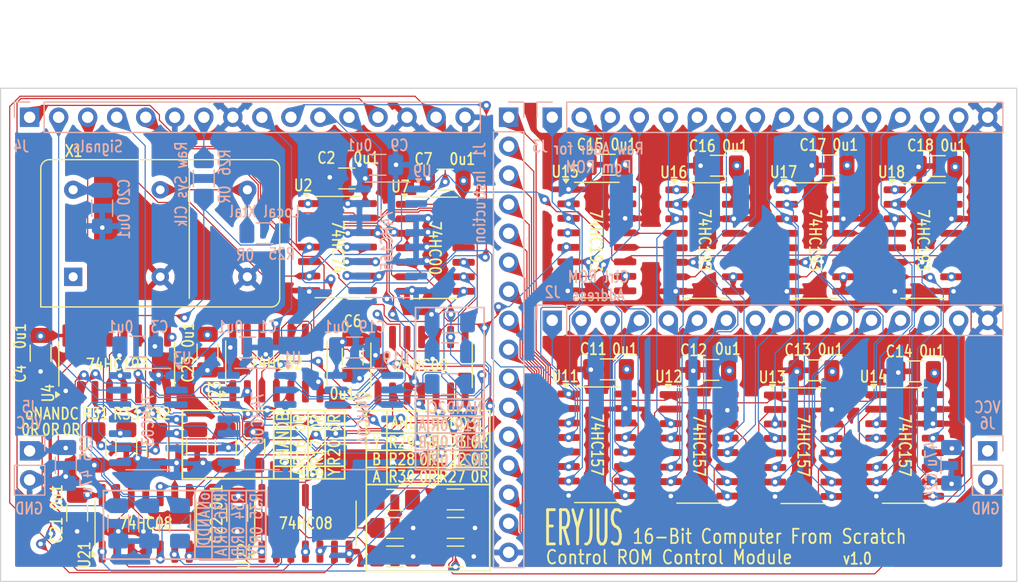
<source format=kicad_pcb>
(kicad_pcb (version 20221018) (generator pcbnew)
  (layers (0 "F.Cu" jumper) (1 "In1.Cu" power "In1.Cu.GND") (2 "In2.Cu" power "In2.Cu.VCC") (31 "B.Cu" signal) (34 "B.Paste" user) (35 "F.Paste" user) (36 "B.SilkS" user "B.Silkscreen") (37 "F.SilkS" user "F.Silkscreen") (38 "B.Mask" user) (39 "F.Mask" user) (44 "Edge.Cuts" user))
  (net 0 "")
  (net 1 "VCC")
  (net 2 "GNDREF")
  (net 4 "INSTR_A0")
  (net 5 "INSTR_A1")
  (net 6 "INSTR_A2")
  (net 7 "INSTR_A3")
  (net 8 "INSTR_A4")
  (net 9 "INSTR_A5")
  (net 10 "INSTR_A6")
  (net 11 "INSTR_A7")
  (net 12 "INSTR_A8")
  (net 13 "INSTR_A9")
  (net 14 "INSTR_AA")
  (net 15 "INSTR_AB")
  (net 16 "INSTR_AC")
  (net 17 "INSTR_AD")
  (net 18 "INSTR_AE")
  (net 19 "ROM_A0")
  (net 20 "ROM_A1")
  (net 21 "ROM_A2")
  (net 22 "ROM_A3")
  (net 23 "ROM_A4")
  (net 24 "ROM_A5")
  (net 25 "ROM_A6")
  (net 26 "ROM_A7")
  (net 27 "ROM_A8")
  (net 28 "ROM_A9")
  (net 29 "ROM_AA")
  (net 30 "ROM_AB")
  (net 31 "ROM_AC")
  (net 32 "ROM_AD")
  (net 33 "ROM_AE")
  (net 34 "PGM_A0")
  (net 35 "PGM_A1")
  (net 36 "PGM_A2")
  (net 37 "PGM_A3")
  (net 38 "PGM_A4")
  (net 39 "PGM_A5")
  (net 40 "PGM_A6")
  (net 41 "PGM_A7")
  (net 42 "PGM_A8")
  (net 43 "PGM_A9")
  (net 44 "PGM_AA")
  (net 45 "PGM_AB")
  (net 46 "PGM_AC")
  (net 47 "PGM_AD")
  (net 48 "PGM_AE")
  (net 49 "~{RESET}")
  (net 50 "~{CPYHLD}")
  (net 51 "~{QR}")
  (net 52 "~{DONE}")
  (net 53 "DONE")
  (net 54 "RAW_SYS_CLK")
  (net 55 "EEPROM ~{CS}")
  (net 56 "EEPROM CMD{slash}ADDR")
  (net 57 "QC")
  (net 58 "~{QL}")
  (net 59 "SRAM ~{CE}")
  (net 60 "CPY_CLK")
  (net 61 "Net-(R25-Pad1)")
  (net 62 "RAW_CPY_CLK")
  (net 63 "Net-(U1-Pad3)")
  (net 64 "QS")
  (net 65 "Net-(U1-Pad6)")
  (net 66 "Net-(U1-Pad8)")
  (net 67 "Ba")
  (net 68 "Net-(U1-Pad10)")
  (net 69 "Net-(U1-Pad12)")
  (net 70 "Net-(U1-Pad13)")
  (net 71 "Reset")
  (net 72 "~{Raw_Cpy_Clk}")
  (net 73 "QR")
  (net 74 "Net-(R16-Pad2)")
  (net 75 "Net-(R17-Pad2)")
  (net 76 "Net-(R18-Pad2)")
  (net 77 "Bb")
  (net 78 "Bc")
  (net 79 "Bd")
  (net 80 "~{Qr} * {slash}BO")
  (net 82 "Bits Counter ~{BO}")
  (net 83 "~{QC}")
  (net 84 "Addr Counter ~{CO}")
  (net 85 "~{QS}")
  (net 86 "~{1-Bit Count Low Clock}")
  (net 87 "~{1-Bit Count}")
  (net 88 "0-Bit Count")
  (net 89 "QL")
  (net 90 "Net-(R19-Pad2)")
  (net 92 "PGM_AF")
  (net 93 "Net-(U15-~{CO})")
  (net 94 "Net-(U15-~{BO})")
  (net 95 "Net-(U16-~{CO})")
  (net 96 "Net-(U16-~{BO})")
  (net 97 "Net-(U17-~{CO})")
  (net 98 "Net-(U17-~{BO})")
  (net 100 "Net-(U19-Pad8)")
  (net 101 "Net-(U19-Pad11)")
  (net 102 "Net-(U19-Pad13)")
  (net 103 "Net-(U21-Pad3)")
  (net 104 "Net-(R20-Pad1)")
  (net 106 "Net-(U23-Pad3)")
  (net 107 "Net-(U23-Pad10)")
  (net 108 "Net-(R21-Pad1)")
  (net 110 "Net-(R22-Pad2)")
  (net 111 "Net-(R23-Pad1)")
  (net 113 "Net-(R27-Pad2)")
  (net 114 "Net-(R28-Pad2)")
  (net 115 "Net-(R29-Pad1)")
  (net 117 "Net-(R30-Pad2)")
  (net 118 "Net-(R31-Pad2)")
  (net 119 "Net-(R32-Pad1)")
  (net 121 "Net-(R33-Pad2)")
  (net 122 "Net-(R34-Pad2)")
  (net 123 "Net-(R35-Pad1)")
  (net 125 "Net-(R36-Pad2)")
  (footprint "Capacitor_SMD:C_1206_3216Metric_Pad1.33x1.80mm_HandSolder" (layer "F.Cu") (at 28.9 48.6 -90)
    (fp_text reference "C4")
    (fp_text value "0u1")
  )
  (footprint "Resistor_SMD:R_1206_3216Metric_Pad1.30x1.75mm_HandSolder" (layer "F.Cu") (at 65.2 63.9 180)
    (fp_text reference "R22")
    (fp_text value "0R")
  )
  (footprint "Package_SO:SOIC-14_3.9x8.7mm_P1.27mm" (layer "F.Cu") (at 49.53 49.465 90)
    (fp_text reference "U23")
    (fp_text value "74HC32")
  )
  (footprint "Capacitor_SMD:C_1206_3216Metric_Pad1.33x1.80mm_HandSolder" (layer "F.Cu") (at 78.5876 50.0126 180)
    (fp_text reference "C11")
    (fp_text value "0u1")
  )
  (footprint "Resistor_SMD:R_1206_3216Metric_Pad1.30x1.75mm_HandSolder" (layer "F.Cu") (at 59.89 61.43)
    (fp_text reference "R29")
    (fp_text value "0R")
  )
  (footprint "Capacitor_SMD:C_1206_3216Metric_Pad1.33x1.80mm_HandSolder" (layer "F.Cu") (at 64.3 33.4 180)
    (fp_text reference "C7")
    (fp_text value "0u1")
  )
  (footprint "Resistor_SMD:R_1206_3216Metric_Pad1.30x1.75mm_HandSolder" (layer "F.Cu") (at 65.2 61.4)
    (fp_text reference "R23")
    (fp_text value "0R")
  )
  (footprint "Resistor_SMD:R_1206_3216Metric_Pad1.30x1.75mm_HandSolder" (layer "F.Cu") (at 36.4 56.85 90)
    (fp_text reference "R33")
    (fp_text value "0R")
  )
  (footprint "Package_SO:SOIC-16_3.9x9.9mm_P1.27mm" (layer "F.Cu") (at 96.6612 38.735)
    (fp_text reference "U17")
    (fp_text value "74HC193")
  )
  (footprint "Resistor_SMD:R_1206_3216Metric_Pad1.30x1.75mm_HandSolder" (layer "F.Cu") (at 45.1 56.85 90)
    (fp_text reference "R17")
    (fp_text value "0R")
  )
  (footprint "Resistor_SMD:R_1206_3216Metric_Pad1.30x1.75mm_HandSolder" (layer "F.Cu") (at 65.2 66.4 180)
    (fp_text reference "R27")
    (fp_text value "0R")
  )
  (footprint "Capacitor_SMD:C_1206_3216Metric_Pad1.33x1.80mm_HandSolder" (layer "F.Cu") (at 105.4527 50.1862 180)
    (fp_text reference "C14")
    (fp_text value "0u1")
  )
  (footprint "Capacitor_SMD:C_1206_3216Metric_Pad1.33x1.80mm_HandSolder" (layer "F.Cu") (at 55.7 33.3 180)
    (fp_text reference "C2")
    (fp_text value "0u1")
  )
  (footprint "Package_SO:SOIC-14_3.9x8.7mm_P1.27mm" (layer "F.Cu") (at 38.1 63.5 90)
    (fp_text reference "U21")
    (fp_text value "74HC08")
  )
  (footprint "Package_SO:SOIC-16_3.9x9.9mm_P1.27mm" (layer "F.Cu") (at 106.11 38.735)
    (fp_text reference "U18")
    (fp_text value "74HC193")
  )
  (footprint "Package_SO:SOIC-14_3.9x8.7mm_P1.27mm" (layer "F.Cu") (at 52.07 63.5 90)
    (fp_text reference "U22")
    (fp_text value "74HC08")
  )
  (footprint "Resistor_SMD:R_1206_3216Metric_Pad1.30x1.75mm_HandSolder" (layer "F.Cu") (at 59.9 66.4 180)
    (fp_text reference "R30")
    (fp_text value "0R")
  )
  (footprint "Capacitor_SMD:C_1206_3216Metric_Pad1.33x1.80mm_HandSolder" (layer "F.Cu") (at 88.2142 32.1818 180)
    (fp_text reference "C16")
    (fp_text value "0u1")
  )
  (footprint "Capacitor_SMD:C_1206_3216Metric_Pad1.33x1.80mm_HandSolder" (layer "F.Cu") (at 43.5 48.5 -90)
    (fp_text reference "C23")
    (fp_text value "0u1")
  )
  (footprint "Package_SO:SOIC-16_3.9x9.9mm_P1.27mm" (layer "F.Cu") (at 104.4956 56.6762)
    (fp_text reference "U14")
    (fp_text value "74HC157")
  )
  (footprint "Package_SO:SOIC-16_3.9x9.9mm_P1.27mm" (layer "F.Cu") (at 77.5661 38.697)
    (fp_text reference "U15")
    (fp_text value "74HC193" hide)
  )
  (footprint "Resistor_SMD:R_1206_3216Metric_Pad1.30x1.75mm_HandSolder" (layer "F.Cu") (at 39.1 56.9 -90)
    (fp_text reference "R32")
    (fp_text value "0R")
  )
  (footprint "Resistor_SMD:R_1206_3216Metric_Pad1.30x1.75mm_HandSolder" (layer "F.Cu") (at 42.6 56.85 90)
    (fp_text reference "R16")
    (fp_text value "0R")
  )
  (footprint "Capacitor_SMD:C_1206_3216Metric_Pad1.33x1.80mm_HandSolder" (layer "F.Cu") (at 87.5284 50.0634 180)
    (fp_text reference "C12")
    (fp_text value "0u1")
  )
  (footprint "eryjus:Oscillator_DIP-8-14" (layer "F.Cu") (at 31.75 41.91)
    (fp_text reference "X1")
    (fp_text value "XO32")
  )
  (footprint "Package_SO:SOIC-16_3.9x9.9mm_P1.27mm" (layer "F.Cu") (at 77.5716 56.6166)
    (fp_text reference "U11")
    (fp_text value "74HC157")
  )
  (footprint "Capacitor_SMD:C_1206_3216Metric_Pad1.33x1.80mm_HandSolder" (layer "F.Cu") (at 56.2 48.9 -90)
    (fp_text reference "C6")
    (fp_text value "0u1")
  )
  (footprint "Package_SO:SOIC-16_3.9x9.9mm_P1.27mm" (layer "F.Cu") (at 87.0092 38.735)
    (fp_text reference "U16")
    (fp_text value "74HC193")
  )
  (footprint "Capacitor_SMD:C_1206_3216Metric_Pad1.33x1.80mm_HandSolder" (layer "F.Cu") (at 96.5585 50.0976 180)
    (fp_text reference "C13")
    (fp_text value "0u1")
  )
  (footprint "Package_SO:SOIC-14_3.9x8.7mm_P1.27mm" (layer "F.Cu") (at 63.435 39.37)
    (fp_text reference "U7")
    (fp_text value "74HC00")
  )
  (footprint "Resistor_SMD:R_1206_3216Metric_Pad1.30x1.75mm_HandSolder" (layer "F.Cu") (at 47.6 56.85 -90)
    (fp_text reference "R20")
    (fp_text value "0R")
  )
  (footprint "Capacitor_SMD:C_1206_3216Metric_Pad1.33x1.80mm_HandSolder" (layer "F.Cu") (at 107.3292 32.21519 180)
    (fp_text reference "C18")
    (fp_text value "0u1")
  )
  (footprint "Package_SO:SOIC-16_3.9x9.9mm_P1.27mm" (layer "F.Cu") (at 86.5124 56.6674)
    (fp_text reference "U12")
    (fp_text value "74HC157")
  )
  (footprint "Resistor_SMD:R_1206_3216Metric_Pad1.30x1.75mm_HandSolder" (layer "F.Cu") (at 59.9 63.9 180)
    (fp_text reference "R28")
    (fp_text value "0R")
  )
  (footprint "Capacitor_SMD:C_1206_3216Metric_Pad1.33x1.80mm_HandSolder" (layer "F.Cu") (at 32.1 62.6 -90)
    (fp_text reference "C21")
    (fp_text value "0u1")
  )
  (footprint "Resistor_SMD:R_1206_3216Metric_Pad1.30x1.75mm_HandSolder" (layer "F.Cu") (at 33.7 56.85 90)
    (fp_text reference "R31")
    (fp_text value "0R")
  )
  (footprint "Package_SO:SOIC-14_3.9x8.7mm_P1.27mm" (layer "F.Cu") (at 54.875 39.305)
    (fp_text reference "U2")
    (fp_text value "74HC74")
  )
  (footprint "Capacitor_SMD:C_1206_3216Metric_Pad1.33x1.80mm_HandSolder" (layer "F.Cu") (at 46.1 62.6 -90)
    (fp_text reference "C22")
    (fp_text value "0u1")
  )
  (footprint "Package_SO:SOIC-16_3.9x9.9mm_P1.27mm" (layer "F.Cu") (at 95.631 56.7016)
    (fp_text reference "U13")
    (fp_text value "74HC157")
  )
  (footprint "Package_SO:SOIC-14_3.9x8.7mm_P1.27mm" (layer "F.Cu") (at 62.23 49.66 90)
    (fp_text reference "U6")
    (fp_text value "74HC00")
  )
  (footprint "Capacitor_SMD:C_1206_3216Metric_Pad1.33x1.80mm_HandSolder" (layer "F.Cu") (at 78.4551 32.093 180)
    (fp_text reference "C15")
    (fp_text value "0u1")
  )
  (footprint "Package_SO:SOIC-16_3.9x9.9mm_P1.27mm" (layer "F.Cu") (at 35.56 49.53 90)
    (fp_text reference "U4")
    (fp_text value "74HC193")
  )
  (footprint "Capacitor_SMD:C_1206_3216Metric_Pad1.33x1.80mm_HandSolder" (layer "F.Cu") (at 97.8804 32.1564 180)
    (fp_text reference "C17")
    (fp_text value "0u1")
  )
  (footprint "Resistor_SMD:R_1206_3216Metric_Pad1.30x1.75mm_HandSolder" (layer "B.Cu") (at 48.5 38.1)
    (fp_text reference "R25")
    (fp_text value "0R")
  )
  (footprint "Connector_PinHeader_2.54mm:PinHeader_1x02_P2.54mm_Vertical" (layer "B.Cu") (at 27.94 57.15 180)
    (fp_text reference "J5")
    (fp_text value "Power")
  )
  (footprint "Capacitor_SMD:C_1206_3216Metric_Pad1.33x1.80mm_HandSolder" (layer "B.Cu") (at 37.4 48.02)
    (fp_text reference "C3")
    (fp_text value "0u1")
  )
  (footprint "Connector_PinHeader_2.54mm:PinHeader_1x16_P2.54mm_Vertical" (layer "B.Cu") (at 27.94 27.94 -90)
    (fp_text reference "J4")
    (fp_text value "Signal Header")
  )
  (footprint "Package_SO:SOIC-14_3.9x8.7mm_P1.27mm" (layer "B.Cu") (at 57.2 54.356 180)
    (fp_text reference "U19")
    (fp_text value "74HC04")
  )
  (footprint "Resistor_SMD:R_1206_3216Metric_Pad1.30x1.75mm_HandSolder" (layer "B.Cu") (at 43.18 33.3 90)
    (fp_text reference "R26")
    (fp_text value "0R")
  )
  (footprint "Resistor_SMD:R_1206_3216Metric_Pad1.30x1.75mm_HandSolder" (layer "B.Cu") (at 64.7 45.9)
    (fp_text reference "R19")
    (fp_text value "0R")
  )
  (footprint "Resistor_SMD:R_1206_3216Metric_Pad1.30x1.75mm_HandSolder" (layer "B.Cu") (at 64.7 48.6)
    (fp_text reference "R18")
    (fp_text value "0R")
  )
  (footprint "Package_SO:SOIC-14_3.9x8.7mm_P1.27mm" (layer "B.Cu") (at 38.325 54.37 180)
    (fp_text reference "U3")
    (fp_text value "74HC03")
  )
  (footprint "Package_SO:SOIC-16_3.9x9.9mm_P1.27mm" (layer "B.Cu") (at 59.275 38.67 180)
    (fp_text reference "U9")
    (fp_text value "74HC165")
  )
  (footprint "Connector_PinHeader_2.54mm:PinHeader_1x16_P2.54mm_Vertical" (layer "B.Cu") (at 69.85 27.94 180)
    (fp_text reference "J1")
    (fp_text value "Instruction")
  )
  (footprint "Capacitor_SMD:C_1206_3216Metric_Pad1.33x1.80mm_HandSolder" (layer "B.Cu") (at 58.4 32.1)
    (fp_text reference "C9")
    (fp_text value "0u1")
  )
  (footprint "Capacitor_SMD:C_1206_3216Metric_Pad1.33x1.80mm_HandSolder" (layer "B.Cu") (at 108.585 58.42 -90)
    (fp_text reference "C24")
    (fp_text value "47u")
  )
  (footprint "Connector_PinHeader_2.54mm:PinHeader_1x16_P2.54mm_Vertical" (layer "B.Cu") (at 73.66 27.94 -90)
    (fp_text reference "J3")
    (fp_text value "Raw Address for Pgm ROM")
  )
  (footprint "Package_SO:SOIC-14_3.9x8.7mm_P1.27mm" (layer "B.Cu") (at 47.8394 54.356 180)
    (fp_text reference "U1")
    (fp_text value "74HC08")
  )
  (footprint "Connector_PinHeader_2.54mm:PinHeader_1x02_P2.54mm_Vertical" (layer "B.Cu") (at 111.76 57.15 180)
    (fp_text reference "J6")
    (fp_text value "Power")
  )
  (footprint "Capacitor_SMD:C_1206_3216Metric_Pad1.33x1.80mm_HandSolder" (layer "B.Cu") (at 31.115 58.42 -90)
    (fp_text reference "C25")
    (fp_text value "47u")
  )
  (footprint "Resistor_SMD:R_1206_3216Metric_Pad1.30x1.75mm_HandSolder" (layer "B.Cu") (at 64.7 51.3 180)
    (fp_text reference "R21")
    (fp_text value "0R")
  )
  (footprint "Connector_PinHeader_2.54mm:PinHeader_1x16_P2.54mm_Vertical" (layer "B.Cu") (at 73.66 45.72 -90)
    (fp_text reference "J2")
    (fp_text value "Control ROM Address")
  )
  (footprint "Capacitor_SMD:C_1206_3216Metric_Pad1.33x1.80mm_HandSolder" (layer "B.Cu") (at 56.3625 48.1)
    (fp_text reference "C19")
    (fp_text value "0u1")
  )
  (footprint "Resistor_SMD:R_1206_3216Metric_Pad1.30x1.75mm_HandSolder" (layer "B.Cu") (at 35.7 63.5 90)
    (fp_text reference "R36")
    (fp_text value "0R")
  )
  (footprint "Resistor_SMD:R_1206_3216Metric_Pad1.30x1.75mm_HandSolder" (layer "B.Cu") (at 38.4 63.5 90)
    (fp_text reference "R34")
    (fp_text value "0R")
  )
  (footprint "Capacitor_SMD:C_1206_3216Metric_Pad1.33x1.80mm_HandSolder" (layer "B.Cu") (at 34.29 35.9 -90)
    (fp_text reference "C20")
    (fp_text value "0u1")
  )
  (footprint "Capacitor_SMD:C_1206_3216Metric_Pad1.33x1.80mm_HandSolder" (layer "B.Cu") (at 47 48.1)
    (fp_text reference "C1")
    (fp_text value "0u1")
  )
  (footprint "Resistor_SMD:R_1206_3216Metric_Pad1.30x1.75mm_HandSolder" (layer "B.Cu") (at 41.1 63.5 -90)
    (fp_text reference "R35")
    (fp_text value "0R")
  )
  (gr_line (start 61.7 52.6) (end 61.7 44.6) (stroke (width 0.153)) (layer "B.SilkS"))
  (gr_line (start 61.7 55.6) (end 67.645 55.6) (stroke (width 0.153)) (layer "B.SilkS"))
  (gr_rect (start 42.4 60.6275) (end 48.6 66.6275) (stroke (width 0.153)) (fill none) (layer "B.SilkS"))
  (gr_line (start 43.9 60.655) (end 43.9 66.6) (stroke (width 0.153)) (layer "B.SilkS"))
  (gr_line (start 42.4 66.6275) (end 34.4 66.6275) (stroke (width 0.153)) (layer "B.SilkS"))
  (gr_rect (start 61.7 52.6) (end 67.7 58.8) (stroke (width 0.153)) (fill none) (layer "B.SilkS"))
  (gr_line (start 34.4 66.6275) (end 34.4 60.6275) (stroke (width 0.153)) (layer "B.SilkS"))
  (gr_line (start 34.4 60.6275) (end 42.4 60.6275) (stroke (width 0.153)) (layer "B.SilkS"))
  (gr_line (start 62.8 52.6) (end 62.8 58.8) (stroke (width 0.153)) (layer "B.SilkS"))
  (gr_line (start 61.7 44.6) (end 67.7 44.6) (stroke (width 0.153)) (layer "B.SilkS"))
  (gr_line (start 42.4 65.5275) (end 48.6 65.5275) (stroke (width 0.153)) (layer "B.SilkS"))
  (gr_line (start 46.9 60.6275) (end 46.9 66.5725) (stroke (width 0.153)) (layer "B.SilkS"))
  (gr_line (start 67.6725 54.1) (end 61.7275 54.1) (stroke (width 0.153)) (layer "B.SilkS"))
  (gr_line (start 61.7275 57.1) (end 67.6725 57.1) (stroke (width 0.153)) (layer "B.SilkS"))
  (gr_line (start 45.4 60.655) (end 45.4 66.6) (stroke (width 0.153)) (layer "B.SilkS"))
  (gr_line (start 67.7 44.6) (end 67.7 52.6) (stroke (width 0.153)) (layer "B.SilkS"))
  (gr_line (start 52.3 53.6275) (end 52.3 59.5725) (stroke (width 0.153)) (layer "F.SilkS"))
  (gr_line (start 57.395 57.1) (end 68.1475 57.1) (stroke (width 0.153)) (layer "F.SilkS"))
  (gr_line (start 41.3 59.6) (end 41.3 53.6) (stroke (width 0.153)) (layer "F.SilkS"))
  (gr_line (start 57.4 58.6) (end 68.1 58.6) (stroke (width 0.153)) (layer "F.SilkS"))
  (gr_line (start 50.8 53.6275) (end 50.8 59.5725) (stroke (width 0.153)) (layer "F.SilkS"))
  (gr_line (start 57.395 60.1) (end 57.4 67.7) (stroke (width 0.153)) (layer "F.SilkS"))
  (gr_line (start 59.2 53.6) (end 59.2 60.09) (stroke (width 0.153)) (layer "F.SilkS"))
  (gr_line (start 41.3 53.6) (end 49.3 53.6) (stroke (width 0.153)) (layer "F.SilkS"))
  (gr_rect (start 49.3 53.6) (end 55.5 59.6) (stroke (width 0.153)) (fill none) (layer "F.SilkS"))
  (gr_line (start 49.3 59.6) (end 41.3 59.6) (stroke (width 0.153)) (layer "F.SilkS"))
  (gr_line (start 68.2 67.7) (end 68.2 60.1) (stroke (width 0.153)) (layer "F.SilkS"))
  (gr_line (start 57.4 55.6) (end 68.1475 55.6) (stroke (width 0.153)) (layer "F.SilkS"))
  (gr_line (start 57.4 67.7) (end 68.2 67.7) (stroke (width 0.153)) (layer "F.SilkS"))
  (gr_rect (start 57.395 53.61) (end 68.2 60.1) (stroke (width 0.153)) (fill none) (layer "F.SilkS"))
  (gr_line (start 53.8 53.6) (end 53.8 59.545) (stroke (width 0.153)) (layer "F.SilkS"))
  (gr_line (start 63.6975 53.61) (end 63.6975 60.1) (stroke (width 0.153)) (layer "F.SilkS"))
  (gr_line (start 49.3 58.5) (end 55.5 58.5) (stroke (width 0.153)) (layer "F.SilkS"))
  (gr_rect (start 25.4 25.4) (end 114.3 68.58) (stroke (width 0.1)) (fill none) (layer "Edge.Cuts"))
  (gr_text "74HC08" (at 47.9 54.3 90) (layer "B.SilkS") (effects (font (size 1 0.8) (thickness 0.15) bold) (justify mirror)))
  (gr_text "Signals" (at 33.9 30.5) (layer "B.SilkS") (effects (font (size 1 0.8)) (justify mirror)))
  (gr_text "0u1" (at 45.5 46.3) (layer "B.SilkS") (effects (font (size 1 0.8) (thickness 0.15) bold) (justify mirror)))
  (gr_text "Raw Addr for\nPgm ROM" (at 77.724 31.496) (layer "B.SilkS") (effects (font (size 1 0.8)) (justify mirror)))
  (gr_text "0u1" (at 35.9 46.3) (layer "B.SilkS") (effects (font (size 1 0.8) (thickness 0.15) bold) (justify mirror)))
  (gr_text "VCC" (at 27.9 54.7) (layer "B.SilkS") (effects (font (size 1 0.8)) (justify mirror)))
  (gr_text "Instruction" (at 67.3 35.8 90) (layer "B.SilkS") (effects (font (size 1 0.8)) (justify mirror)))
  (gr_text "0u1" (at 56.8 30.4) (layer "B.SilkS") (effects (font (size 1 0.8) (thickness 0.15) bold) (justify mirror)))
  (gr_text "GND" (at 27.9 62.2) (layer "B.SilkS") (effects (font (size 1 0.8)) (justify mirror)))
  (gr_text "GND" (at 112.903 62.7888) (layer "B.SilkS") (effects (font (size 1 0.8) (thickness 0.153)) (justify left bottom mirror)))
  (gr_text "74HC165" (at 59.2 38.7 90) (layer "B.SilkS") (effects (font (size 1 0.8) (thickness 0.15) bold) (justify mirror)))
  (gr_text "0R" (at 46.2 64.5275 90) (layer "B.SilkS") (effects (font (size 1 0.8) (thickness 0.15) bold) (justify mirror)))
  (gr_text "Y" (at 47.7 66.0275 90) (layer "B.SilkS") (effects (font (size 1 0.8)) (justify mirror)))
  (gr_text "0R" (at 63.8 56.4) (layer "B.SilkS") (effects (font (size 1 0.8) (thickness 0.15) bold) (justify mirror)))
  (gr_text "Ctrl ROM\nAddress" (at 77.6986 42.7228) (layer "B.SilkS") (effects (font (size 1 0.8)) (justify mirror)))
  (gr_text "Y" (at 62.3 57.9) (layer "B.SilkS") (effects (font (size 1 0.8)) (justify mirror)))
  (gr_text "0R" (at 47.8 64.5275 90) (layer "B.SilkS") (effects (font (size 1 0.8) (thickness 0.15) bold) (justify mirror)))
  (gr_text "0R" (at 46.8 40) (layer "B.SilkS") (effects (font (size 1 0.8)) (justify mirror)))
  (gr_text "74HC03" (at 38.3 54.4 90) (layer "B.SilkS") (effects (font (size 1 0.8) (thickness 0.15) bold) (justify mirror)))
  (gr_text "B" (at 46.2 66.0275 90) (layer "B.SilkS") (effects (font (size 1 0.8)) (justify mirror)))
  (gr_text "NAND2C" (at 65.2 53.4) (layer "B.SilkS") (effects (font (size 1 0.8)) (justify mirror)))
  (gr_text "0R" (at 63.8 54.9) (layer "B.SilkS") (effects (font (size 1 0.8) (thickness 0.15) bold) (justify mirror)))
  (gr_text "0R" (at 44.7 64.5275 90) (layer "B.SilkS") (effects (font (size 1 0.8) (thickness 0.15) bold) (justify mirror)))
  (gr_text "B" (at 62.3 56.4) (layer "B.SilkS") (effects (font (size 1 0.8)) (justify mirror)))
  (gr_text "47u" (at 106.807 57.4294 90) (layer "B.SilkS") (effects (font (size 1 0.8) (thickness 0.15) bold) (justify mirror)))
  (gr_text "A" (at 62.3 54.9) (layer "B.SilkS") (effects (font (size 1 0.8)) (justify mirror)))
  (gr_text "oNANDD" (at 43.2 63.1275 90) (layer "B.SilkS") (effects (font (size 1 0.8)) (justify mirror)))
  (gr_text "0u1" (at 54.8 46.3) (layer "B.SilkS") (effects (font (size 1 0.8) (thickness 0.15) bold) (justify mirror)))
  (gr_text "A" (at 44.7 66.0275 90) (layer "B.SilkS") (effects (font (size 1 0.8)) (justify mirror)))
  (gr_text "0u1" (at 36.2 37.5 90) (layer "B.SilkS") (effects (font (size 1 0.8) (thickness 0.15) bold) (justify mirror)))
  (gr_text "Raw Sys Clk" (at 41.2 33.8 90) (layer "B.SilkS") (effects (font (size 1 0.8)) (justify mirror)))
  (gr_text "74HC04" (at 57.2 54.3 90) (layer "B.SilkS") (effects (font (size 1 0.8) (thickness 0.15) bold) (justify mirror)))
  (gr_text "47u" (at 32.9 59.9 90) (layer "B.SilkS") (effects (font (size 1 0.8)) (justify mirror)))
  (gr_text "0R" (at 63.8 58) (layer "B.SilkS") (effects (font (size 1 0.8) (thickness 0.15) bold) (justify mirror)))
  (gr_text "Local Xtal" (at 48.5 36.2) (layer "B.SilkS") (effects (font (size 1 0.8)) (justify mirror)))
  (gr_text "VCC" (at 112.9792 53.9242) (layer "B.SilkS") (effects (font (size 1 0.8) (thickness 0.153)) (justify left bottom mirror)))
  (gr_text "0R" (at 45 34.7 90) (layer "B.SilkS") (effects (font (size 1 0.8)) (justify mirror)))
  (gr_text "0u1" (at 99.3028 30.353) (layer "F.SilkS") (effects (font (size 1 0.8))))
  (gr_text "0R" (at 62.8 57.9) (layer "F.SilkS") (effects (font (size 1 0.8) (thickness 0.15) bold)))
  (gr_text "74HC157" (at 77.5858 56.6166 -90) (layer "F.SilkS") (effects (font (size 1 0.8) (thickness 0.15) bold)))
  (gr_text "0R" (at 62.8 59.4) (layer "F.SilkS") (effects (font (size 1 0.8) (thickness 0.15) bold)))
  (gr_text "74HC00" (at 63.4 39.4 270) (layer "F.SilkS") (effects (font (size 1 0.8))))
  (gr_text "0u1" (at 57.4 31.5) (layer "F.SilkS") (effects (font (size 1 0.8))))
  (gr_text "0R" (at 51.6 54.7 90) (layer "F.SilkS") (effects (font (size 1 0.8) (thickness 0.15) bold)))
  (gr_text "74HC157" (at 95.631 56.6928 -90) (layer "F.SilkS") (effects (font (size 1 0.8))))
  (gr_text "0u1" (at 65.8 31.6) (layer "F.SilkS") (effects (font (size 1 0.8))))
  (gr_text "0u1" (at 106.8944 48.4212) (layer "F.SilkS") (effects (font (size 1 0.8) (thickness 0.15) bold)))
  (gr_text "ERYJUS" (at 72.7942 65.6796) (layer "F.SilkS") (effects (font (size 3 1.25) (thickness 0.25) bold) (justify left bottom)))
  (gr_text "0R" (at 29.8 55.3) (layer "F.SilkS") (effects (font (size 1 0.8) (thickness 0.15) bold)))
  (gr_text "74HC193" (at 86.995 38.7096 -90) (layer "F.SilkS") (effects (font (size 1 0.8))))
  (gr_text "0u1" (at 79.8972 30.3276) (layer "F.SilkS") (effects (font (size 1 0.8))))
  (gr_text "Y" (at 58.3 56.4) (layer "F.SilkS") (effects (font (size 1 0.8))))
  (gr_text "v1.0" (at 99 67.17) (layer "F.SilkS") (effects (font (size 1 0.8) (thickness 0.153)) (justify left bottom)))
  (gr_text "0u1" (at 108.7516 30.41179) (layer "F.SilkS") (effects (font (size 1 0.8) (thickness 0.15) bold)))
  (gr_text "74HC08" (at 52.1 63.5) (layer "F.SilkS") (effects (font (size 1 0.8))))
  (gr_text "0R" (at 67.3 59.4) (layer "F.SilkS") (effects (font (size 1 0.8) (thickness 0.15) bold)))
  (gr_text "B" (at 58.3 57.9) (layer "F.SilkS") (effects (font (size 1 0.8))))
  (gr_text "AND3D" (at 61.5 54.7) (layer "F.SilkS") (effects (font (size 1 0.8))))
  (gr_text "0R" (at 62.8 56.4) (layer "F.SilkS") (effects (font (size 1 0.8) (thickness 0.15) bold)))
  (gr_text "0u1" (at 98.0186 48.2854) (layer "F.SilkS") (effects (font (size 1 0.8))))
  (gr_text "B" (at 53.1 59 90) (layer "F.SilkS") (effects (font (size 1 0.8))))
  (gr_text "74HC193" (at 35.6 49.6) (layer "F.SilkS") (effects (font (size 1 0.8))))
  (gr_text "74HC193" (at 77.4842 38.741 -90) (layer "F.SilkS") (effects (font (size 1 0.8))))
  (gr_text "0u1" (at 41.8 47 90) (layer "F.SilkS") (effects (font (size 1 0.8))))
  (gr_text "0R" (at 67.3 56.4) (layer "F.SilkS") (effects (font (size 1 0.8) (thickness 0.15) bold)))
  (gr_text "Y" (at 54.6 59 90) (layer "F.SilkS") (effects (font (size 1 0.8))))
  (gr_text "74HC157" (at 86.5124 56.6586 -90) (layer "F.SilkS") (effects (font (size 1 0.8) (thickness 0.15) bold)))
  (gr_text "74HC74" (at 54.9 39.3 270) (layer "F.SilkS") (effects (font (size 1 0.8))))
  (gr_text "0u1" (at 55.3212 52.1462) (layer "F.SilkS") (effects (font (size 1 0.8))))
  (gr_text "74HC193" (at 96.6612 38.735 -90) (layer "F.SilkS") (effects (font (size 1 0.8) (thickness 0.15) bold)))
  (gr_text "16-Bit Computer From Scratch" (at 80.5942 65.3796) (layer "F.SilkS") (effects (font (size 1.25 1) (thickness 0.153)) (justify left bottom)))
  (gr_text "0R" (at 53.1 54.7 90) (layer "F.SilkS") (effects (font (size 1 0.8) (thickness 0.15) bold)))
  (gr_text "0u1" (at 27.1 47.1 90) (layer "F.SilkS") (effects (font (size 1 0.8))))
  (gr_text "0u1" (at 44.3 61.2 90) (layer "F.SilkS") (effects (font (size 1 0.8))))
  (gr_text "74HC32" (at 49.5 49.5) (layer "F.SilkS") (effects (font (size 1 0.8))))
  (gr_text "oNANDC" (at 29.9 53.9) (layer "F.SilkS") (effects (font (size 1 0.8))))
  (gr_text "74HC193" (at 106.11 38.71759 -90) (layer "F.SilkS") (effects (font (size 1 0.8) (thickness 0.15) bold)))
  (gr_text "A" (at 51.6 59 90) (layer "F.SilkS") (effects (font (size 1 0.8))))
  (gr_text "0u1" (at 89.662 30.4546) (layer "F.SilkS") (effects (font (size 1 0.8))))
  (gr_text "0R" (at 54.6 54.7 90) (layer "F.SilkS") (effects (font (size 1 0.8) (thickness 0.15) bold)))
  (gr_text "0u1" (at 80.0242 48.26) (layer "F.SilkS") (effects (font (size 1 0.8) (thickness 0.15) bold)))
  (gr_text "0R" (at 28 55.3) (layer "F.SilkS") (effects (font (size 1 0.8) (thickness 0.15) bold)))
  (gr_text "0R" (at 67.3 57.9) (layer "F.SilkS") (effects (font (size 1 0.8) (thickness 0.15) bold)))
  (gr_text "0u1" (at 30.3 61.2 90) (layer "F.SilkS") (effects (font (size 1 0.8))))
  (gr_text "AND3C" (at 65.9 54.7) (layer "F.SilkS") (effects (font (size 1 0.8))))
  (gr_text "Control ROM Control Module" (at 73 67.17) (layer "F.SilkS") (effects (font (size 1.2 1) (thickness 0.153)) (justify left bottom)))
  (gr_text "74HC157" (at 104.5068 56.6762 -90) (layer "F.SilkS") (effects (font (size 1 0.8))))
  (gr_text "0R" (at 31.6 55.3) (layer "F.SilkS") (effects (font (size 1 0.8) (thickness 0.15) bold)))
  (gr_text "oNANDB" (at 50.1 56.1 90) (layer "F.SilkS") (effects (font (size 1 0.8))))
  (gr_text "0u1" (at 89.027 48.2258) (layer "F.SilkS") (effects (font (size 1 0.8) (thickness 0.15) bold)))
  (gr_text "74HC00" (at 62.2 49.7) (layer "F.SilkS") (effects (font (size 1 0.8))))
  (gr_text "74HC08" (at 38.1 63.5) (layer "F.SilkS") (effects (font (size 1 0.8))))
  (gr_text "A" (at 58.3 59.4) (layer "F.SilkS") (effects (font (size 1 0.8))))
  (segment (start 108.8917 33.9833) (end 108.585 34.29) (width 0.3) (layer "F.Cu") (net 1))
  (segment (start 99.4664 32.1564) (end 99.4664 33.9598) (width 0.3) (layer "F.Cu") (net 1))
  (segment (start 46.2625 61.0375) (end 48.2475 61.0375) (width 0.3) (layer "F.Cu") (net 1))
  (segment (start 107.1118 50.3428) (end 107.1118 52.09) (width 0.3) (layer "F.Cu") (net 1))
  (segment (start 33 61) (end 33.0375 61.0375) (width 0.3) (layer "F.Cu") (net 1))
  (segment (start 89.4842 41.91) (end 89.4842 43.18) (width 0.3) (layer "F.Cu") (net 1))
  (segment (start 55.725 40.575) (end 55.7 40.6) (width 0.3) (layer "F.Cu") (net 1))
  (segment (start 36.195 50.905) (end 35.85 50.56) (width 0.3) (layer "F.Cu") (net 1))
  (segment (start 80.0411 32.0859) (end 80.0411 35.522) (width 0.3) (layer "F.Cu") (net 1))
  (segment (start 80.0411 41.872) (end 80.0411 43.142) (width 0.3) (layer "F.Cu") (net 1))
  (segment (start 36.195 52.005) (end 36.195 50.905) (width 0.3) (layer "F.Cu") (net 1))
  (segment (start 57.3 33.3) (end 57.2625 35.4075) (width 0.3) (layer "F.Cu") (net 1))
  (segment (start 89.154 50.1396) (end 89.154 52.0558) (width 0.3) (layer "F.Cu") (net 1))
  (segment (start 108.8917 32.21519) (end 108.8917 33.9833) (width 0.3) (layer "F.Cu") (net 1))
  (segment (start 28.945 47.055) (end 32.385 47.055) (width 0.3) (layer "F.Cu") (net 1))
  (segment (start 108.585 34.29) (end 108.585 35.56) (width 0.3) (layer "F.Cu") (net 1))
  (segment (start 65.8625 33.5375) (end 65.8625 35.5125) (width 0.3) (layer "F.Cu") (net 1))
  (segment (start 99.1362 41.91) (end 99.1362 43.18) (width 0.3) (layer "F.Cu") (net 1))
  (segment (start 89.8144 32.1818) (end 89.8144 33.9598) (width 0.3) (layer "F.Cu") (net 1))
  (segment (start 98.171 50.2158) (end 98.171 52.1916) (width 0.3) (layer "F.Cu") (net 1))
  (segment (start 89.8144 33.9598) (end 89.4842 34.29) (width 0.3) (layer "F.Cu") (net 1))
  (segment (start 99.1362 34.29) (end 99.1362 35.56) (width 0.3) (layer "F.Cu") (net 1))
  (segment (start 80.1501 50.0126) (end 80.1501 52.0681) (width 0.3) (layer "F.Cu") (net 1))
  (segment (start 99.4664 33.9598) (end 99.1362 34.29) (width 0.3) (layer "F.Cu") (net 1))
  (segment (start 32.1 61.0375) (end 32.9625 61.0375) (width 0.3) (layer "F.Cu") (net 1))
  (segment (start 89.4842 34.29) (end 89.4842 35.56) (width 0.3) (layer "F.Cu") (net 1))
  (segment (start 58.42 47.185) (end 56.3525 47.185) (width 0.3) (layer "F.Cu") (net 1))
  (segment (start 33.0375 61.0375) (end 34.2775 61.0375) (width 0.3) (layer "F.Cu") (net 1))
  (segment (start 57.35 40.575) (end 55.725 40.575) (width 0.3) (layer "F.Cu") (net 1))
  (segment (start 32.9625 61.0375) (end 33 61) (width 0.3) (layer "F.Cu") (net 1))
  (segment (start 89.154 52.0558) (end 88.9874 52.2224) (width 0.3) (layer "F.Cu") (net 1))
  (via (at 58.2 40.6) (size 0.8) (drill 0.4) (layers "F.Cu" "B.Cu") (net 1))
  (via (at 80.07247 41.84063) (size 0.8) (drill 0.4) (layers "F.Cu" "B.Cu") (net 1))
  (via (at 35.8 48.8) (size 0.8) (drill 0.4) (layers "F.Cu" "B.Cu") (net 1))
  (via (at 108.9152 32.2834) (size 0.8) (drill 0.4) (layers "F.Cu" "B.Cu") (net 1))
  (via (at 40.4 47.2) (size 0.8) (drill 0.4) (layers "F.Cu" "B.Cu") (net 1))
  (via (at 45.5 48.1) (size 0.8) (drill 0.4) (layers "F.Cu" "B.Cu") (net 1))
  (via (at 94.1862 34.29) (size 0.8) (drill 0.4) (layers "F.Cu" "B.Cu") (net 1))
  (via (at 84.5342 34.29) (size 0.8) (drill 0.4) (layers "F.Cu" "B.Cu") (net 1))
  (via (at 108.585 41.91) (size 0.8) (drill 0.4) (layers "F.Cu" "B.Cu") (net 1))
  (via (at 35.85 50.56) (size 0.8) (drill 0.4) (layers "F.Cu" "B.Cu") (net 1))
  (via (at 65.9 33.5) (size 0.8) (drill 0.4) (layers "F.Cu" "B.Cu") (net 1))
  (via (at 89.154 50.1396) (size 0.8) (drill 0.4) (layers "F.Cu" "B.Cu") (net 1))
  (via (at 55.3 47.6) (size 0.8) (drill 0.4) (layers "F.Cu" "B.Cu") (net 1))
  (via (at 56.8 32.1) (size 0.8) (drill 0.4) (layers "F.Cu" "B.Cu") (net 1))
  (via (at 55.7 39.3) (size 0.8) (drill 0.4) (layers "F.Cu" "B.Cu") (net 1))
  (via (at 52.3 35.5) (size 0.8) (drill 0.4) (layers "F.Cu" "B.Cu") (net 1))
  (via (at 108.63 56.94) (size 0.8) (drill 0.4) (layers "F.Cu" "B.Cu") (net 1))
  (via (at 107.1118 50.3428) (size 0.8) (drill 0.4) (layers "F.Cu" "B.Cu") (net 1))
  (via (at 103.635 34.29) (size 0.8) (drill 0.4) (layers "F.Cu" "B.Cu") (net 1))
  (via (at 28.9 47.1) (size 0.8) (drill 0.4) (layers "F.Cu" "B.Cu") (net 1))
  (via (at 46.2 61.1) (size 0.8) (drill 0.4) (layers "F.Cu" "B.Cu") (net 1))
  (via (at 98.171 50.2158) (size 0.8) (drill 0.4) (layers "F.Cu" "B.Cu") (net 1))
  (via (at 33 61) (size 0.8) (drill 0.4) (layers "F.Cu" "B.Cu") (net 1))
  (via (at 99.4664 32.1564) (size 0.8) (drill 0.4) (layers "F.Cu" "B.Cu") (net 1))
  (via (at 99.1362 41.91) (size 0.8) (drill 0.4) (layers "F.Cu" "B.Cu") (net 1))
  (via (at 80.1878 50.0126) (size 0.8) (drill 0.4) (layers "F.Cu" "B.Cu") (net 1))
  (via (at 89.4842 41.91) (size 0.8) (drill 0.4) (layers "F.Cu" "B.Cu") (net 1))
  (via (at 75.0211 38.062) (size 0.8) (drill 0.4) (layers "F.Cu" "B.Cu") (net 1))
  (via (at 89.8144 32.1818) (size 0.8) (drill 0.4) (layers "F.Cu" "B.Cu") (net 1))
  (via (at 80.0354 32.0802) (size 0.8) (drill 0.4) (layers "F.Cu" "B.Cu") (net 1))
  (via (at 55.7 40.6) (size 0.8) (drill 0.4) (layers "F.Cu" "B.Cu") (net 1))
  (via (at 57.3 33.3) (size 0.8) (drill 0.4) (layers "F.Cu" "B.Cu") (net 1))
  (via (at 43.5 47) (size 0.8) (drill 0.4) (layers "F.Cu" "B.Cu") (net 1))
  (via (at 31.1 56.9) (size 0.8) (drill 0.4) (layers "F.Cu" "B.Cu") (net 1))
  (segment (start 56.8 32.1) (end 56.8375 34.1875) (width 0.3) (layer "B.Cu") (net 1))
  (segment (start 35.8375 48.8375) (end 35.8375 50.5475) (width 0.3) (layer "B.Cu") (net 1))
  (segment (start 56.8 40.575) (end 55.725 40.575) (width 0.3) (layer "B.Cu") (net 1))
  (segment (start 55.705 39.305) (end 55.7 39.3) (width 0.3) (layer "B.Cu") (net 1))
  (segment (start 55.725 40.575) (end 55.7 40.6) (width 0.3) (layer "B.Cu") (net 1))
  (segment (start 35.8 48.8) (end 35.8375 48.8375) (width 0.3) (layer "B.Cu") (net 1))
  (segment (start 45.5 48.1) (end 45.4375 50.4729) (width 0.3) (layer "B.Cu") (net 1))
  (segment (start 35.8375 48.7625) (end 35.8 48.8) (width 0.3) (layer "B.Cu") (net 1))
  (segment (start 34.3 34.4) (end 31.7975 34.3375) (width 0.3) (layer "B.Cu") (net 1))
  (segment (start 54.8 48.1) (end 54.8 50.471) (width 0.3) (layer "B.Cu") (net 1))
  (segment (start 56.8 39.305) (end 55.705 39.305) (width 0.3) (layer "B.Cu") (net 1))
  (segment (start 27.94 57.15) (end 30.8225 57.15) (width 0.3) (layer "B.Cu") (net 1))
  (segment (start 45.1 58.4) (end 43.3 58.4) (width 0.3) (layer "F.Cu") (net 2))
  (segment (start 40.005 51.289864) (end 39.225 50.509864) (width 0.3) (layer "F.Cu") (net 2))
  (segment (start 66.04 53.49) (end 65.98 53.55) (width 0.3) (layer "F.Cu") (net 2))
  (segment (start 66.04 52.135) (end 66.04 53.49) (width 0.3) (layer "F.Cu") (net 2))
  (segment (start 33.7 58.4) (end 36.4 58.4) (width 0.3) (layer "F.Cu") (net 2))
  (segment (start 36.791465 58.4) (end 37.391317 57.800148) (width 0.3) (layer "F.Cu") (net 2))
  (segment (start 36.9 57.9) (end 37.1 57.9) (width 0.3) (layer "F.Cu") (net 2))
  (via (at 33.6 58.4) (size 0.8) (drill 0.4) (layers "F.Cu" "B.Cu") (net 2))
  (via (at 62.8 36.8) (size 0.8) (drill 0.4) (layers "F.Cu" "B.Cu") (net 2))
  (via (at 62.7 40.5) (size 0.8) (drill 0.4) (layers "F.Cu" "B.Cu") (net 2))
  (via (at 58.2 48.775) (size 0.8) (drill 0.4) (layers "F.Cu" "B.Cu") (net 2))
  (via (at 48.6 48.7) (size 0.8) (drill 0.4) (layers "F.Cu" "B.Cu") (net 2))
  (via (at 76.9366 32.0802) (size 0.8) (drill 0.4) (layers "F.Cu" "B.Cu") (net 2))
  (via (at 50.3 58.2) (size 0.8) (drill 0.4) (layers "F.Cu" "B.Cu") (net 2))
  (via (at 35.7 64.2) (size 0.8) (drill 0.4) (layers "F.Cu" "B.Cu") (net 2))
  (via (at 108.585 36.83) (size 0.8) (drill 0.4) (layers "F.Cu" "B.Cu") (net 2))
  (via (at 41.91 66.3702) (size 0.8) (drill 0.4) (layers "F.Cu" "B.Cu") (net 2))
  (via (at 59.7154 58.166) (size 0.8) (drill 0.4) (layers "F.Cu" "B.Cu") (net 2))
  (via (at 89.55 36.83) (size 0.8) (drill 0.4) (layers "F.Cu" "B.Cu") (net 2))
  (via (at 32.1 64.2) (size 0.8) (drill 0.4) (layers "F.Cu" "B.Cu") (net 2))
  (via (at 94.1862 43.18) (size 0.8) (drill 0.4) (layers "F.Cu" "B.Cu") (net 2))
  (via (at 75.0911 34.252) (size 0.8) (drill 0.4) (layers "F.Cu" "B.Cu") (net 2))
  (via (at 62.8 33.3) (size 0.8) (drill 0.4) (layers "F.Cu" "B.Cu") (net 2))
  (via (at 75.0211 43.142) (size 0.8) (drill 0.4) (layers "F.Cu" "B.Cu") (net 2))
  (via (at 86.6394 32.1818) (size 0.8) (drill 0.4) (layers "F.Cu" "B.Cu") (net 2))
  (via (at 39.225 50.509864) (size 0.8) (drill 0.4) (layers "F.Cu" "B.Cu") (net 2))
  (via (at 98.106 53.5266) (size 0.8) (drill 0.4) (layers "F.Cu" "B.Cu") (net 2))
  (via (at 106.9706 53.5012) (size 0.8) (drill 0.4) (layers "F.Cu" "B.Cu") (net 2))
  (via (at 55.91 66.15) (size 0.8) (drill 0.4) (layers "F.Cu" "B.Cu") (net 2))
  (via (at 95.0722 50.2158) (size 0.8) (drill 0.4) (layers "F.Cu" "B.Cu") (net 2))
  (via (at 56.8 50.8) (size 0.8) (drill 0.4) (layers "F.Cu" "B.Cu") (net 2))
  (via (at 52.4 43.2) (size 0.8) (drill 0.4) (layers "F.Cu" "B.Cu") (net 2))
  (via (at 54.2 33.2) (size 0.8) (drill 0.4) (layers "F.Cu" "B.Cu") (net 2))
  (via (at 105.7148 32.2834) (size 0.8) (drill 0.4) (layers "F.Cu" "B.Cu") (net 2))
  (via (at 103.9368 50.292) (size 0.8) (drill 0.4) (layers "F.Cu" "B.Cu") (net 2))
  (via (at 55.775001 35.499375) (size 0.8) (drill 0.4) (layers "F.Cu" "B.Cu") (net 2))
  (via (at 38.9 48) (size 0.8) (drill 0.4) (layers "F.Cu" "B.Cu") (net 2))
  (via (at 103.635 43.18) (size 0.8) (drill 0.4) (layers "F.Cu" "B.Cu") (net 2))
  (via (at 61.4 43.1) (size 0.8) (drill 0.4) (layers "F.Cu" "B.Cu") (net 2))
  (via (at 88.9874 53.5924) (size 0.8) (drill 0.4) (layers "F.Cu" "B.Cu") (net 2))
  (via (at 43.5 50.1) (size 0.8) (drill 0.4) (layers "F.Cu" "B.Cu") (net 2))
  (via (at 37.9 64.2) (size 0.8) (drill 0.4) (layers "F.Cu" "B.Cu") (net 2))
  (via (at 62.8 38) (size 0.8) (drill 0.4) (layers "F.Cu" "B.Cu") (net 2))
  (via (at 108.6 60.04) (size 0.8) (drill 0.4) (layers "F.Cu" "B.Cu") (net 2))
  (via (at 93.156 61.1466) (size 0.8) (drill 0.4) (layers "F.Cu" "B.Cu") (net 2))
  (via (at 99.1362 36.83) (size 0.8) (drill 0.4) (layers "F.Cu" "B.Cu") (net 2))
  (via (at 60 32.1) (size 0.8) (drill 0.4) (layers "F.Cu" "B.Cu") (net 2))
  (via (at 77.0382 50.038) (size 0.8) (drill 0.4) (layers "F.Cu" "B.Cu") (net 2))
  (via (at 61.5 63.9) (size 0.8) (drill 0.4) (layers "F.Cu" "B.Cu") (net 2))
  (via (at 37.391317 57.800148) (size 0.8) (drill 0.4) (layers "F.Cu" "B.Cu") (net 2))
  (via (at 55.775001 38.097195) (size 0.8) (drill 0.4) (layers "F.Cu" "B.Cu") (net 2))
  (via (at 86.0044 50.1396) (size 0.8) (drill 0.4) (layers "F.Cu" "B.Cu") (net 2))
  (via (at 31.1 59.4) (size 0.8) (drill 0.4) (layers "F.Cu" "B.Cu") (net 2))
  (via (at 84.4642 43.18) (size 0.8) (drill 0.4) (layers "F.Cu" "B.Cu") (net 2))
  (via (at 46.1 64.2) (size 0.8) (drill 0.4) (layers "F.Cu" "B.Cu") (net 2))
  (via (at 40.8 58.2) (size 0.8) (drill 0.4) (layers "F.Cu" "B.Cu") (net 2))
  (via (at 34.3 37.6) (size 0.8) (drill 0.4) (layers "F.Cu" "B.Cu") (net 2))
  (via (at 96.3676 32.1564) (size 0.8) (drill 0.4) (layers "F.Cu" "B.Cu") (net 2))
  (via (at 62.7 39.3) (size 0.8) (drill 0.4) (layers "F.Cu" "B.Cu") (net 2))
  (via (at 106.9706 54.7712) (size 0.8) (drill 0.4) (layers "F.Cu" "B.Cu") (net 2))
  (via (at 66.8 66.4) (size 0.8) (drill 0.4) (layers "F.Cu" "B.Cu") (net 2))
  (via (at 66.9 63.9) (size 0.8) (drill 0.4) (layers "F.Cu" "B.Cu") (net 2))
  (via (at 63.2 49.1) (size 0.8) (drill 0.4) (layers "F.Cu" "B.Cu") (net 2))
  (via (at 80.0466 53.4416) (size 0.8) (drill 0.4) (layers "F.Cu" "B.Cu") (net 2))
  (via (at 63.1 45.2) (size 0.8) (drill 0.4) (layers "F.Cu" "B.Cu") (net 2))
  (via (at 108.77 43.18) (size 0.8) (drill 0.4) (layers "F.Cu" "B.Cu") (net 2))
  (via (at 61.5 66.4) (size 0.8) (drill 0.4) (layers "F.Cu" "B.Cu") (net 2))
  (via (at 55.7 41.8) (size 0.8) (drill 0.4) (layers "F.Cu" "B.Cu") (net 2))
  (via (at 75.0966 61.0616) (size 0.8) (drill 0.4) (layers "F.Cu" "B.Cu") (net 2))
  (via (at 28.9 50.2) (size 0.8) (drill 0.4) (layers "F.Cu" "B.Cu") (net 2))
  (via (at 43.1 58.2) (size 0.8) (drill 0.4) (layers "F.Cu" "B.Cu") (net 2))
  (via (at 102.0206 61.1212) (size 0.8) (drill 0.4) (layers "F.Cu" "B.Cu") (net 2))
  (via (at 80.0411 36.792) (size 0.8) (drill 0.4) (layers "F.Cu" "B.Cu") (net 2))
  (via (at 31.1 51.9) (size 0.8) (drill 0.4) (layers "F.Cu" "B.Cu") (net 2))
  (via (at 84.0374 61.1124) (size 0.8) (drill 0.4) (layers "F.Cu" "B.Cu") (net 2))
  (via (at 65.9 53.55) (size 0.8) (drill 0.4) (layers "F.Cu" "B.Cu") (net 2))
  (via (at 53.2 51.1) (size 0.8) (drill 0.4) (layers "F.Cu" "B.Cu") (net 2))
  (segment (start 56.8 35.495) (end 55.779376 35.495) (width 0.3) (layer "B.Cu") (net 2))
  (segment (start 55.745 41.845) (end 55.7 41.8) (width 0.3) (layer "B.Cu") (net 2))
  (segment (start 35.7 65.05) (end 35.7 64.2) (width 0.3) (layer "B.Cu") (net 2))
  (segment (start 31.1 59.4) (end 31.115 59.9825) (width 0.3) (layer "B.Cu") (net 2))
  (segment (start 62.625 40.575) (end 62.7 40.5) (width 0.3) (layer "B.Cu") (net 2))
  (segment (start 61.75 36.765) (end 62.765 36.765) (width 0.3) (layer "B.Cu") (net 2))
  (segment (start 61.75 38.035) (end 62.765 38.035) (width 0.3) (layer "B.Cu") (net 2))
  (segment (start 61.75 39.305) (end 62.695 39.305) (width 0.3) (layer "B.Cu") (net 2))
  (segment (start 62.765 38.035) (end 62.8 38) (width 0.3) (layer "B.Cu") (net 2))
  (segment (start 55.837196 38.035) (end 55.775001 38.097195) (width 0.3) (layer "B.Cu") (net 2))
  (segment (start 27.94 59.69) (end 30.8225 59.69) (width 0.3) (layer "B.Cu") (net 2))
  (segment (start 63.15 45.9) (end 63.2 49.1) (width 0.3) (layer "B.Cu") (net 2))
  (segment (start 55.779376 35.495) (end 55.775001 35.499375) (width 0.3) (layer "B.Cu") (net 2))
  (segment (start 56.8 35.495) (end 56.8 38.035) (width 0.3) (layer "B.Cu") (net 2))
  (segment (start 61.75 40.575) (end 62.625 40.575) (width 0.3) (layer "B.Cu") (net 2))
  (segment (start 38.4 64.7) (end 37.9 64.2) (width 0.3) (layer "B.Cu") (net 2))
  (segment (start 62.695 39.305) (end 62.7 39.3) (width 0.3) (layer "B.Cu") (net 2))
  (segment (start 62.765 36.765) (end 62.8 36.8) (width 0.3) (layer "B.Cu") (net 2))
  (segment (start 56.8 41.845) (end 55.745 41.845) (width 0.3) (layer "B.Cu") (net 2))
  (segment (start 56.8 38.035) (end 55.837196 38.035) (width 0.3) (layer "B.Cu") (net 2))
  (segment (start 30.8225 59.69) (end 31.1 59.4) (width 0.3) (layer "B.Cu") (net 2))
  (segment (start 72.25 48.336316) (end 73.5042 49.590516) (width 0.1) (layer "F.Cu") (net 4))
  (segment (start 73.5042 49.590516) (end 73.5042 52.5) (width 0.1) (layer "F.Cu") (net 4))
  (segment (start 72.25 30.34) (end 72.25 48.336316) (width 0.1) (layer "F.Cu") (net 4))
  (segment (start 73.5042 52.5) (end 74.4458 53.4416) (width 0.1) (layer "F.Cu") (net 4))
  (segment (start 69.85 27.94) (end 72.25 30.34) (width 0.1) (layer "F.Cu") (net 4))
  (segment (start 72.05 48.419158) (end 73.3042 49.673358) (width 0.1) (layer "F.Cu") (net 5))
  (segment (start 73.3042 49.673358) (end 73.3042 56.434199) (width 0.1) (layer "F.Cu") (net 5))
  (segment (start 69.85 30.48) (end 72.05 32.68) (width 0.1) (layer "F.Cu") (net 5))
  (segment (start 74.121601 57.2516) (end 75.0966 57.2516) (width 0.1) (layer "F.Cu") (net 5))
  (segment (start 73.3042 56.434199) (end 74.121601 57.2516) (width 0.1) (layer "F.Cu") (net 5))
  (segment (start 72.05 32.68) (end 72.05 48.419158) (width 0.1) (layer "F.Cu") (net 5))
  (segment (start 73.1042 63.347158) (end 73.447842 63.6908) (width 0.1) (layer "F.Cu") (net 6))
  (segment (start 71.85 48.502) (end 73.1042 49.7562) (width 0.1) (layer "F.Cu") (net 6))
  (segment (start 78.9216 63.0136) (end 78.9216 59.51318) (width 0.1) (layer "F.Cu") (net 6))
  (segment (start 78.2444 63.6908) (end 78.9216 63.0136) (width 0.1) (layer "F.Cu") (net 6))
  (segment (start 73.447842 63.6908) (end 78.2444 63.6908) (width 0.1) (layer "F.Cu") (net 6))
  (segment (start 69.85 33.02) (end 71.85 35.02) (width 0.1) (layer "F.Cu") (net 6))
  (segment (start 73.1042 49.7562) (end 73.1042 63.347158) (width 0.1) (layer "F.Cu") (net 6))
  (segment (start 78.9216 59.51318) (end 79.91318 58.5216) (width 0.1) (layer "F.Cu") (net 6))
  (segment (start 71.85 35.02) (end 71.85 48.502) (width 0.1) (layer "F.Cu") (net 6))
  (segment (start 72.9042 49.899987) (end 71.65 48.645788) (width 0.1) (layer "F.Cu") (net 7))
  (segment (start 73.365 63.8908) (end 72.9042 63.43) (width 0.1) (layer "F.Cu") (net 7))
  (segment (start 72.9042 63.43) (end 72.9042 49.899987) (width 0.1) (layer "F.Cu") (net 7))
  (segment (start 80.0466 54.7116) (end 81.021599 54.7116) (width 0.1) (layer "F.Cu") (net 7))
  (segment (start 80.4926 63.8908) (end 73.365 63.8908) (width 0.1) (layer "F.Cu") (net 7))
  (segment (start 81.1784 54.868401) (end 81.1784 63.205) (width 0.1) (layer "F.Cu") (net 7))
  (segment (start 71.65 37.36) (end 69.85 35.56) (width 0.1) (layer "F.Cu") (net 7))
  (segment (start 81.021599 54.7116) (end 81.1784 54.868401) (width 0.1) (layer "F.Cu") (net 7))
  (segment (start 71.65 48.645788) (end 71.65 37.36) (width 0.1) (layer "F.Cu") (net 7))
  (segment (start 81.1784 63.205) (end 80.4926 63.8908) (width 0.1) (layer "F.Cu") (net 7))
  (segment (start 82.9564 53.4924) (end 84.0374 53.4924) (width 0.1) (layer "F.Cu") (net 8))
  (segment (start 71.45 39.7) (end 71.45 48.72863) (width 0.1) (layer "F.Cu") (net 8))
  (segment (start 71.45 48.72863) (end 72.7042 49.98283) (width 0.1) (layer "F.Cu") (net 8))
  (segment (start 81.904958 64.0908) (end 82.6124 63.383358) (width 0.1) (layer "F.Cu") (net 8))
  (segment (start 69.85 38.1) (end 71.45 39.7) (width 0.1) (layer "F.Cu") (net 8))
  (segment (start 72.7042 63.52578) (end 73.26922 64.0908) (width 0.1) (layer "F.Cu") (net 8))
  (segment (start 82.6124 63.383358) (end 82.6124 53.8364) (width 0.1) (layer "F.Cu") (net 8))
  (segment (start 73.26922 64.0908) (end 81.904958 64.0908) (width 0.1) (layer "F.Cu") (net 8))
  (segment (start 82.6124 53.8364) (end 82.9564 53.4924) (width 0.1) (layer "F.Cu") (net 8))
  (segment (start 72.7042 49.98283) (end 72.7042 63.52578) (width 0.1) (layer "F.Cu") (net 8))
  (segment (start 69.85 40.64) (end 71.25 42.04) (width 0.1) (layer "F.Cu") (net 9))
  (segment (start 71.25 48.811473) (end 72.5042 50.065673) (width 0.1) (layer "F.Cu") (net 9))
  (segment (start 82.8124 63.4662) (end 82.8124 57.9798) (width 0.1) (layer "F.Cu") (net 9))
  (segment (start 71.25 42.04) (end 71.25 48.811473) (width 0.1) (layer "F.Cu") (net 9))
  (segment (start 82.8124 57.9798) (end 83.4898 57.3024) (width 0.1) (layer "F.Cu") (net 9))
  (segment (start 73.186378 64.2908) (end 81.9878 64.2908) (width 0.1) (layer "F.Cu") (net 9))
  (segment (start 72.5042 63.608622) (end 73.186378 64.2908) (width 0.1) (layer "F.Cu") (net 9))
  (segment (start 81.9878 64.2908) (end 82.8124 63.4662) (width 0.1) (layer "F.Cu") (net 9))
  (segment (start 72.5042 50.065673) (end 72.5042 63.608622) (width 0.1) (layer "F.Cu") (net 9))
  (segment (start 88.012401 58.5724) (end 87.8332 58.751601) (width 0.1) (layer "F.Cu") (net 10))
  (segment (start 87.8332 58.751601) (end 87.8332 63.805) (width 0.1) (layer "F.Cu") (net 10))
  (segment (start 72.3042 50.148515) (end 71.05 48.894315) (width 0.1) (layer "F.Cu") (net 10))
  (segment (start 72.3042 63.691464) (end 72.3042 50.148515) (width 0.1) (layer "F.Cu") (net 10))
  (segment (start 71.05 44.38) (end 69.85 43.18) (width 0.1) (layer "F.Cu") (net 10))
  (segment (start 88.9874 58.5724) (end 88.012401 58.5724) (width 0.1) (layer "F.Cu") (net 10))
  (segment (start 87.1474 64.4908) (end 73.103536 64.4908) (width 0.1) (layer "F.Cu") (net 10))
  (segment (start 73.103536 64.4908) (end 72.3042 63.691464) (width 0.1) (layer "F.Cu") (net 10))
  (segment (start 87.8332 63.805) (end 87.1474 64.4908) (width 0.1) (layer "F.Cu") (net 10))
  (segment (start 71.05 48.894315) (end 71.05 44.38) (width 0.1) (layer "F.Cu") (net 10))
  (segment (start 70.85 48.977157) (end 70.85 46.72) (width 0.1) (layer "F.Cu") (net 11))
  (segment (start 90.6018 56.24338) (end 90.6018 64.132) (width 0.1) (layer "F.Cu") (net 11))
  (segment (start 90.6018 64.132) (end 90.043 64.6908) (width 0.1) (layer "F.Cu") (net 11))
  (segment (start 72.1042 63.774306) (end 72.1042 50.231357) (width 0.1) (layer "F.Cu") (net 11))
  (segment (start 73.020694 64.6908) (end 72.1042 63.774306) (width 0.1) (layer "F.Cu") (net 11))
  (segment (start 89.12082 54.7624) (end 90.6018 56.24338) (width 0.1) (layer "F.Cu") (net 11))
  (segment (start 70.85 46.72) (end 69.85 45.72) (width 0.1) (layer "F.Cu") (net 11))
  (segment (start 72.1042 50.231357) (end 70.85 48.977157) (width 0.1) (layer "F.Cu") (net 11))
  (segment (start 90.043 64.6908) (end 73.020694 64.6908) (width 0.1) (layer "F.Cu") (net 11))
  (segment (start 72.937852 64.8908) (end 91.036358 64.8908) (width 0.1) (layer "F.Cu") (net 12))
  (segment (start 69.85 48.26) (end 71.9042 50.3142) (width 0.1) (layer "F.Cu") (net 12))
  (segment (start 91.731 54.6238) (end 92.8282 53.5266) (width 0.1) (layer "F.Cu") (net 12))
  (segment (start 71.9042 50.3142) (end 71.9042 63.857148) (width 0.1) (layer "F.Cu") (net 12))
  (segment (start 91.036358 64.8908) (end 91.731 64.196158) (width 0.1) (layer "F.Cu") (net 12))
  (segment (start 91.731 64.196158) (end 91.731 54.6238) (width 0.1) (layer "F.Cu") (net 12))
  (segment (start 71.9042 63.857148) (end 72.937852 64.8908) (width 0.1) (layer "F.Cu") (net 12))
  (segment (start 91.1192 65.0908) (end 91.931 64.279) (width 0.1) (layer "F.Cu") (net 13))
  (segment (start 91.931 64.279) (end 91.931 58.42818) (width 0.1) (layer "F.Cu") (net 13))
  (segment (start 71.7042 52.6542) (end 71.7042 63.93999) (width 0.1) (layer "F.Cu") (net 13))
  (segment (start 72.85501 65.0908) (end 91.1192 65.0908) (width 0.1) (layer "F.Cu") (net 13))
  (segment (start 91.931 58.42818) (end 93.02258 57.3366) (width 0.1) (layer "F.Cu") (net 13))
  (segment (start 69.85 50.8) (end 71.7042 52.6542) (width 0.1) (layer "F.Cu") (net 13))
  (segment (start 71.7042 63.93999) (end 72.85501 65.0908) (width 0.1) (layer "F.Cu") (net 13))
  (segment (start 71.45 54.94) (end 69.85 53.34) (width 0.1) (layer "F.Cu") (net 14))
  (segment (start 96.9518 64.7954) (end 96.4564 65.2908) (width 0.1) (layer "F.Cu") (net 14))
  (segment (start 97.131001 58.6066) (end 96.9518 58.785801) (width 0.1) (layer "F.Cu") (net 14))
  (segment (start 96.9518 58.785801) (end 96.9518 64.7954) (width 0.1) (layer "F.Cu") (net 14))
  (segment (start 98.106 58.6066) (end 97.131001 58.6066) (width 0.1) (layer "F.Cu") (net 14))
  (segment (start 96.4564 65.2908) (end 72.772168 65.2908) (width 0.1) (layer "F.Cu") (net 14))
  (segment (start 71.45 63.968632) (end 71.45 54.94) (width 0.1) (layer "F.Cu") (net 14))
  (segment (start 72.772168 65.2908) (end 71.45 63.968632) (width 0.1) (layer "F.Cu") (net 14))
  (segment (start 71.25 64.051474) (end 71.25 57.28) (width 0.1) (layer "F.Cu") (net 15))
  (segment (start 98.106 54.7966) (end 99.080999 54.7966) (width 0.1) (layer "F.Cu") (net 15))
  (segment (start 99.231 54.946601) (end 99.231 64.4974) (width 0.1) (layer "F.Cu") (net 15))
  (segment (start 98.2376 65.4908) (end 72.689326 65.4908) (width 0.1) (layer "F.Cu") (net 15))
  (segment (start 72.689326 65.4908) (end 71.25 64.051474) (width 0.1) (layer "F.Cu") (net 15))
  (segment (start 99.080999 54.7966) (end 99.231 54.946601) (width 0.1) (layer "F.Cu") (net 15))
  (segment (start 99.231 64.4974) (end 98.2376 65.4908) (width 0.1) (layer "F.Cu") (net 15))
  (segment (start 71.25 57.28) (end 69.85 55.88) (width 0.1) (layer "F.Cu") (net 15))
  (segment (start 98.799358 65.6908) (end 100.5364 63.953758) (width 0.1) (layer "F.Cu") (net 16))
  (segment (start 72.606484 65.6908) (end 98.799358 65.6908) (width 0.1) (layer "F.Cu") (net 16))
  (segment (start 71.05 59.62) (end 71.05 64.134316) (width 0.1) (layer "F.Cu") (net 16))
  (segment (start 100.5364 63.953758) (end 100.5364 54.6068) (width 0.1) (layer "F.Cu") (net 16))
  (segment (start 69.85 58.42) (end 71.05 59.62) (width 0.1) (layer "F.Cu") (net 16))
  (segment (start 100.5364 54.6068) (end 101.642 53.5012) (width 0.1) (layer "F.Cu") (net 16))
  (segment (start 71.05 64.134316) (end 72.606484 65.6908) (width 0.1) (layer "F.Cu") (net 16))
  (segment (start 100.7364 64.0366) (end 100.7364 58.1914) (width 0.1) (layer "F.Cu") (net 17))
  (segment (start 70.85 64.217158) (end 70.85 61.96) (width 0.1) (layer "F.Cu") (net 17))
  (segment (start 72.523642 65.8908) (end 70.85 64.217158) (width 0.1) (layer "F.Cu") (net 17))
  (segment (start 98.8822 65.8908) (end 72.523642 65.8908) (width 0.1) (layer "F.Cu") (net 17))
  (segment (start 98.8822 65.8908) (end 100.7364 64.0366) (width 0.1) (layer "F.Cu") (net 17))
  (segment (start 70.85 61.96) (end 69.85 60.96) (width 0.1) (layer "F.Cu") (net 17))
  (segment (start 100.7364 58.1914) (end 101.6166 57.3112) (width 0.1) (layer "F.Cu") (net 17))
  (segment (start 103.3018 66.0908) (end 105.8164 63.5762) (width 0.1) (layer "F.Cu") (net 18))
  (segment (start 105.8164 59.60198) (end 106.83718 58.5812) (width 0.1) (layer "F.Cu") (net 18))
  (segment (start 69.85 63.5) (end 72.4408 66.0908) (width 0.1) (layer "F.Cu") (net 18))
  (segment (start 105.8164 63.5762) (end 105.8164 59.60198) (width 0.1) (layer "F.Cu") (net 18))
  (segment (start 72.4408 66.0908) (end 103.3018 66.0908) (width 0.1) (layer "F.Cu") (net 18))
  (via (at 75.0966 55.9816) (size 0.8) (drill 0.4) (layers "F.Cu" "B.Cu") (net 19))
  (segment (start 73.66 45.72) (end 73.66 49.631914) (width 0.1) (layer "B.Cu") (net 19))
  (segment (start 75.8766 55.2016) (end 75.0966 55.9816) (width 0.1) (layer "B.Cu") (net 19))
  (segment (start 75.8766 51.848514) (end 75.8766 55.2016) (width 0.1) (layer "B.Cu") (net 19))
  (segment (start 73.66 49.631914) (end 75.8766 51.848514) (width 0.1) (layer "B.Cu") (net 19))
  (via (at 75.0966 59.7916) (size 0.8) (drill 0.4) (layers "F.Cu" "B.Cu") (net 20))
  (segment (start 76.2984 58.5898) (end 75.0966 59.7916) (width 0.1) (layer "B.Cu") (net 20))
  (segment (start 76.2 45.72) (end 76.2 50.119038) (width 0.1) (layer "B.Cu") (net 20))
  (segment (start 76.2 50.119038) (end 76.2984 50.217438) (width 0.1) (layer "B.Cu") (net 20))
  (segment (start 76.2984 50.217438) (end 76.2984 58.5898) (width 0.1) (layer "B.Cu") (net 20))
  (via (at 80.0466 61.0616) (size 0.8) (drill 0.4) (layers "F.Cu" "B.Cu") (net 21))
  (segment (start 78.74 59.755) (end 80.0466 61.0616) (width 0.1) (layer "B.Cu") (net 21))
  (segment (start 78.74 45.72) (end 78.74 59.755) (width 0.1) (layer "B.Cu") (net 21))
  (via (at 80.0466 57.2516) (size 0.8) (drill 0.4) (layers "F.Cu" "B.Cu") (net 22))
  (segment (start 79.94 47.06) (end 79.94 48.728403) (width 0.1) (layer "B.Cu") (net 22))
  (segment (start 81.28 45.72) (end 79.94 47.06) (width 0.1) (layer "B.Cu") (net 22))
  (segment (start 79.14 56.345) (end 80.0466 57.2516) (width 0.1) (layer "B.Cu") (net 22))
  (segment (start 79.94 48.728403) (end 79.14 49.528403) (width 0.1) (layer "B.Cu") (net 22))
  (segment (start 79.14 49.528403) (end 79.14 56.345) (width 0.1) (layer "B.Cu") (net 22))
  (via (at 84.0374 56.0324) (size 0.8) (drill 0.4) (layers "F.Cu" "B.Cu") (net 23))
  (segment (start 84.6174 55.4524) (end 84.6174 46.5174) (width 0.1) (layer "B.Cu") (net 23))
  (segment (start 84.6174 46.5174) (end 83.82 45.72) (width 0.1) (layer "B.Cu") (net 23))
  (segment (start 84.0374 56.0324) (end 84.6174 55.4524) (width 0.1) (layer "B.Cu") (net 23))
  (via (at 84.0374 59.8424) (size 0.8) (drill 0.4) (layers "F.Cu" "B.Cu") (net 24))
  (segment (start 86.36 45.72) (end 85.0174 47.0626) (width 0.1) (layer "B.Cu") (net 24))
  (segment (start 85.0174 47.0626) (end 85.0174 58.8624) (width 0.1) (layer "B.Cu") (net 24))
  (segment (start 85.0174 58.8624) (end 84.0374 59.8424) (width 0.1) (layer "B.Cu") (net 24))
  (via (at 88.9874 61.1124) (size 0.8) (drill 0.4) (layers "F.Cu" "B.Cu") (net 25))
  (segment (start 86.9188 59.0438) (end 88.9874 61.1124) (width 0.1) (layer "B.Cu") (net 25))
  (segment (start 86.9188 47.7012) (end 86.9188 59.0438) (width 0.1) (layer "B.Cu") (net 25))
  (segment (start 88.9 45.72) (end 86.9188 47.7012) (width 0.1) (layer "B.Cu") (net 25))
  (via (at 88.9874 57.3024) (size 0.8) (drill 0.4) (layers "F.Cu" "B.Cu") (net 26))
  (segment (start 91.44 45.72) (end 91.44 54.8498) (width 0.1) (layer "B.Cu") (net 26))
  (segment (start 91.44 54.8498) (end 88.9874 57.3024) (width 0.1) (layer "B.Cu") (net 26))
  (via (at 93.156 56.0666) (size 0.8) (drill 0.4) (layers "F.Cu" "B.Cu") (net 27))
  (segment (start 91.694 54.6046) (end 93.156 56.0666) (width 0.1) (layer "B.Cu") (net 27))
  (segment (start 93.98 45.72) (end 91.694 48.006) (width 0.1) (layer "B.Cu") (net 27))
  (segment (start 91.694 48.006) (end 91.694 54.6046) (width 0.1) (layer "B.Cu") (net 27))
  (via (at 93.156 59.8766) (size 0.8) (drill 0.4) (layers "F.Cu" "B.Cu") (net 28))
  (segment (start 96.52 45.72) (end 95.7222 46.5178) (width 0.1) (layer "B.Cu") (net 28))
  (segment (start 95.7222 57.3104) (end 93.156 59.8766) (width 0.1) (layer "B.Cu") (net 28))
  (segment (start 95.7222 46.5178) (end 95.7222 57.3104) (width 0.1) (layer "B.Cu") (net 28))
  (via (at 98.106 61.1466) (size 0.8) (drill 0.4) (layers "F.Cu" "B.Cu") (net 29))
  (segment (start 99.06 45.72) (end 96.139 48.641) (width 0.1) (layer "B.Cu") (net 29))
  (segment (start 96.139 59.1796) (end 98.106 61.1466) (width 0.1) (layer "B.Cu") (net 29))
  (segment (start 96.139 48.641) (end 96.139 59.1796) (width 0.1) (layer "B.Cu") (net 29))
  (via (at 98.106 57.3366) (size 0.8) (drill 0.4) (layers "F.Cu" "B.Cu") (net 30))
  (segment (start 96.6184 55.849) (end 98.106 57.3366) (width 0.1) (layer "B.Cu") (net 30))
  (segment (start 96.6184 50.6762) (end 96.6184 55.849) (width 0.1) (layer "B.Cu") (net 30))
  (segment (start 101.5746 45.72) (end 96.6184 50.6762) (width 0.1) (layer "B.Cu") (net 30))
  (via (at 102.0206 56.0412) (size 0.8) (drill 0.4) (layers "F.Cu" "B.Cu") (net 31))
  (segment (start 100.4316 55.4228) (end 101.05 56.0412) (width 0.1) (layer "B.Cu") (net 31))
  (segment (start 102.0206 47.8394) (end 102.0206 52.434842) (width 0.1) (layer "B.Cu") (net 31))
  (segment (start 104.14 45.72) (end 102.0206 47.8394) (width 0.1) (layer "B.Cu") (net 31))
  (segment (start 102.0206 52.434842) (end 100.4316 54.023842) (width 0.1) (layer "B.Cu") (net 31))
  (segment (start 101.05 56.0412) (end 102.0206 56.0412) (width 0.1) (layer "B.Cu") (net 31))
  (segment (start 100.4316 54.023842) (end 100.4316 55.4228) (width 0.1) (layer "B.Cu") (net 31))
  (via (at 102.0206 59.8512) (size 0.8) (drill 0.4) (layers "F.Cu" "B.Cu") (net 32))
  (segment (start 105.1274 47.2726) (end 105.1274 56.7444) (width 0.1) (layer "B.Cu") (net 32))
  (segment (start 105.1274 56.7444) (end 102.0206 59.8512) (width 0.1) (layer "B.Cu") (net 32))
  (segment (start 106.68 45.72) (end 105.1274 47.2726) (width 0.1) (layer "B.Cu") (net 32))
  (via (at 106.9706 61.1212) (size 0.8) (drill 0.4) (layers "F.Cu" "B.Cu") (net 33))
  (segment (start 109.22 45.72) (end 109.22 54.445966) (width 0.1) (layer "B.Cu") (net 33))
  (segment (start 109.735 60.609034) (end 109.222834 61.1212) (width 0.1) (layer "B.Cu") (net 33))
  (segment (start 109.22 54.445966) (end 109.735 54.960966) (width 0.1) (layer "B.Cu") (net 33))
  (segment (start 109.222834 61.1212) (end 106.9706 61.1212) (width 0.1) (layer "B.Cu") (net 33))
  (segment (start 109.735 54.960966) (end 109.735 60.609034) (width 0.1) (layer "B.Cu") (net 33))
  (via (at 75.0966 54.7116) (size 0.8) (drill 0.4) (layers "F.Cu" "B.Cu") (net 34))
  (via (at 75.0911 36.792) (size 0.8) (drill 0.4) (layers "F.Cu" "B.Cu") (net 34))
  (segment (start 76.055 44.124) (end 76.0762 44.1452) (width 0.1) (layer "B.Cu") (net 34))
  (segment (start 75.6411 44.5803) (end 72.7997 44.5803) (width 0.1) (layer "B.Cu") (net 34))
  (segment (start 73.66 27.94) (end 73.66 35.3609) (width 0.1) (layer "B.Cu") (net 34))
  (segment (start 76.055 39.9754) (end 76.055 44.124) (width 0.1) (layer "B.Cu") (net 34))
  (segment (start 75.6766 51.931356) (end 75.6766 54.1316) (width 0.1) (layer "B.Cu") (net 34))
  (segment (start 72.7997 44.5803) (end 72.66 44.72) (width 0.1) (layer "B.Cu") (net 34))
  (segment (start 72.66 48.914756) (end 75.6766 51.931356) (width 0.1) (layer "B.Cu") (net 34))
  (segment (start 72.66 44.72) (end 72.66 48.914756) (width 0.1) (layer "B.Cu") (net 34))
  (segment (start 76.0762 37.7771) (end 76.0762 39.9542) (width 0.1) (layer "B.Cu") (net 34))
  (segment (start 73.66 35.3609) (end 75.0911 36.792) (width 0.1) (layer "B.Cu") (net 34))
  (segment (start 76.0762 39.9542) (end 76.055 39.9754) (width 0.1) (layer "B.Cu") (net 34))
  (segment (start 76.0762 44.1452) (end 75.6411 44.5803) (width 0.1) (layer "B.Cu") (net 34))
  (segment (start 75.6766 54.1316) (end 75.0966 54.7116) (width 0.1) (layer "B.Cu") (net 34))
  (segment (start 75.0911 36.792) (end 76.0762 37.7771) (width 0.1) (layer "B.Cu") (net 34))
  (via (at 75.0911 35.522) (size 0.8) (drill 0.4) (layers "F.Cu" "B.Cu") (net 35))
  (via (at 75.0966 58.5216) (size 0.8) (drill 0.4) (layers "F.Cu" "B.Cu") (net 35))
  (segment (start 76.255 40.854844) (end 76.2762 40.876044) (width 0.1) (layer "B.Cu") (net 35))
  (segment (start 76.2762 44.229586) (end 75.184 45.321786) (width 0.1) (layer "B.Cu") (net 35))
  (segment (start 76.2762 40.876044) (end 76.2762 44.229586) (width 0.1) (layer "B.Cu") (net 35))
  (segment (start 77.9018 32.7113) (end 75.0911 35.522) (width 0.1) (layer "B.Cu") (net 35))
  (segment (start 76.255 40.374356) (end 76.255 40.854844) (width 0.1) (layer "B.Cu") (net 35))
  (segment (start 77.9018 29.6418) (end 77.9018 32.7113) (width 0.1) (layer "B.Cu") (net 35))
  (segment (start 75.184 50.873072) (end 76.0984 51.787472) (width 0.1) (layer "B.Cu") (net 35))
  (segment (start 76.2762 40.353156) (end 76.255 40.374356) (width 0.1) (layer "B.Cu") (net 35))
  (segment (start 75.184 45.321786) (end 75.184 50.873072) (width 0.1) (layer "B.Cu") (net 35))
  (segment (start 76.2762 36.7071) (end 76.2762 40.353156) (width 0.1) (layer "B.Cu") (net 35))
  (segment (start 76.0984 57.5198) (end 75.0966 58.5216) (width 0.1) (layer "B.Cu") (net 35))
  (segment (start 76.0984 51.787472) (end 76.0984 57.5198) (width 0.1) (layer "B.Cu") (net 35))
  (segment (start 75.0911 35.522) (end 76.2762 36.7071) (width 0.1) (layer "B.Cu") (net 35))
  (segment (start 76.2 27.94) (end 77.9018 29.6418) (width 0.1) (layer "B.Cu") (net 35))
  (segment (start 76.8224 40.602) (end 75.0911 40.602) (width 0.1) (layer "F.Cu") (net 36))
  (segment (start 76.835 40.6146) (end 76.8224 40.602) (width 0.1) (layer "F.Cu") (net 36))
  (via (at 76.835 40.6146) (size 0.8) (drill 0.4) (layers "F.Cu" "B.Cu") (net 36))
  (via (at 80.0466 59.7916) (size 0.8) (drill 0.4) (layers "F.Cu" "B.Cu") (net 36))
  (segment (start 78.94 49.445561) (end 78.94 58.685) (width 0.1) (layer "B.Cu") (net 36))
  (segment (start 79.74 48.645561) (end 78.94 49.445561) (width 0.1) (layer "B.Cu") (net 36))
  (segment (start 78.1304 39.3192) (end 76.835 40.6146) (width 0.1) (layer "B.Cu") (net 36))
  (segment (start 78.94 58.685) (end 80.0466 59.7916) (width 0.1) (layer "B.Cu") (net 36))
  (segment (start 78.1304 28.5496) (end 78.1304 39.3192) (width 0.1) (layer "B.Cu") (net 36))
  (segment (start 78.74 27.94) (end 78.1304 28.5496) (width 0.1) (layer "B.Cu") (net 36))
  (segment (start 79.74 44.9928) (end 79.74 48.645561) (width 0.1) (layer "B.Cu") (net 36))
  (segment (start 76.835 42.0878) (end 79.74 44.9928) (width 0.1) (layer "B.Cu") (net 36))
  (segment (start 76.835 40.6146) (end 76.835 42.0878) (width 0.1) (layer "B.Cu") (net 36))
  (segment (start 78.1558 40.8432) (end 77.127 41.872) (width 0.1) (layer "F.Cu") (net 37))
  (segment (start 77.127 41.872) (end 75.0911 41.872) (width 0.1) (layer "F.Cu") (net 37))
  (via (at 80.0466 55.9816) (size 0.8) (drill 0.4) (layers "F.Cu" "B.Cu") (net 37))
  (via (at 78.1558 40.8432) (size 0.8) (drill 0.4) (layers "F.Cu" "B.Cu") (net 37))
  (segment (start 82.28 45.305786) (end 82.28 46.134214) (width 0.1) (layer "B.Cu") (net 37))
  (segment (start 81.694214 44.72) (end 82.28 45.305786) (width 0.1) (layer "B.Cu") (net 37))
  (segment (start 78.1558 40.8432) (end 78.1558 42.5704) (width 0.1) (layer "B.Cu") (net 37))
  (segment (start 81.1784 54.8498) (end 80.0466 55.9816) (width 0.1) (layer "B.Cu") (net 37))
  (segment (start 81.28 37.719) (end 78.1558 40.8432) (width 0.1) (layer "B.Cu") (net 37))
  (segment (start 81.1784 47.235814) (end 81.1784 54.8498) (width 0.1) (layer "B.Cu") (net 37))
  (segment (start 80.3054 44.72) (end 81.694214 44.72) (width 0.1) (layer "B.Cu") (net 37))
  (segment (start 81.28 27.94) (end 81.28 37.719) (width 0.1) (layer "B.Cu") (net 37))
  (segment (start 78.1558 42.5704) (end 80.3054 44.72) (width 0.1) (layer "B.Cu") (net 37))
  (segment (start 82.28 46.134214) (end 81.1784 47.235814) (width 0.1) (layer "B.Cu") (net 37))
  (via (at 84.5342 36.83) (size 0.8) (drill 0.4) (layers "F.Cu" "B.Cu") (net 38))
  (via (at 84.0374 54.7624) (size 0.8) (drill 0.4) (layers "F.Cu" "B.Cu") (net 38))
  (segment (start 82.82 53.545) (end 84.0374 54.7624) (width 0.1) (layer "B.Cu") (net 38))
  (segment (start 82.82 38.5442) (end 82.82 53.545) (width 0.1) (layer "B.Cu") (net 38))
  (segment (start 83.82 27.94) (end 83.82 36.1158) (width 0.1) (layer "B.Cu") (net 38))
  (segment (start 83.82 36.1158) (end 84.5342 36.83) (width 0.1) (layer "B.Cu") (net 38))
  (segment (start 84.5342 36.83) (end 82.82 38.5442) (width 0.1) (layer "B.Cu") (net 38))
  (via (at 84.5342 35.56) (size 0.8) (drill 0.4) (layers "F.Cu" "B.Cu") (net 39))
  (via (at 84.0374 58.5724) (size 0.8) (drill 0.4) (layers "F.Cu" "B.Cu") (net 39))
  (segment (start 85.1142 46.137758) (end 84.8174 46.434558) (width 0.1) (layer "B.Cu") (net 39))
  (segment (start 85.1142 36.14) (end 85.1142 46.137758) (width 0.1) (layer "B.Cu") (net 39))
  (segment (start 84.8174 57.7924) (end 84.0374 58.5724) (width 0.1) (layer "B.Cu") (net 39))
  (segment (start 85.5726 34.5216) (end 84.5342 35.56) (width 0.1) (layer "B.Cu") (net 39))
  (segment (start 84.8174 46.434558) (end 84.8174 57.7924) (width 0.1) (layer "B.Cu") (net 39))
  (segment (start 86.36 27.94) (end 85.5726 28.7274) (width 0.1) (layer "B.Cu") (net 39))
  (segment (start 85.5726 28.7274) (end 85.5726 34.5216) (width 0.1) (layer "B.Cu") (net 39))
  (segment (start 84.5342 35.56) (end 85.1142 36.14) (width 0.1) (layer "B.Cu") (net 39))
  (segment (start 86.0044 40.64) (end 84.5342 40.64) (width 0.1) (layer "F.Cu") (net 40))
  (via (at 86.0044 40.64) (size 0.8) (drill 0.4) (layers "F.Cu" "B.Cu") (net 40))
  (via (at 88.9874 59.8424) (size 0.8) (drill 0.4) (layers "F.Cu" "B.Cu") (net 40))
  (segment (start 87.1188 47.784042) (end 87.1188 57.9738) (width 0.1) (layer "B.Cu") (net 40))
  (segment (start 87.1188 57.9738) (end 88.9874 59.8424) (width 0.1) (layer "B.Cu") (net 40))
  (segment (start 86.0044 40.64) (end 89.9 44.5356) (width 0.1) (layer "B.Cu") (net 40))
  (segment (start 88.182842 46.72) (end 87.1188 47.784042) (width 0.1) (layer "B.Cu") (net 40))
  (segment (start 89.314214 46.72) (end 88.182842 46.72) (width 0.1) (layer "B.Cu") (net 40))
  (segment (start 88.9 27.94) (end 88.9 37.7444) (width 0.1) (layer "B.Cu") (net 40))
  (segment (start 89.9 46.134214) (end 89.314214 46.72) (width 0.1) (layer "B.Cu") (net 40))
  (segment (start 89.9 44.5356) (end 89.9 46.134214) (width 0.1) (layer "B.Cu") (net 40))
  (segment (start 88.9 37.7444) (end 86.0044 40.64) (width 0.1) (layer "B.Cu") (net 40))
  (segment (start 87.3252 40.7416) (end 86.1568 41.91) (width 0.1) (layer "F.Cu") (net 41))
  (segment (start 86.1568 41.91) (end 84.5342 41.91) (width 0.1) (layer "F.Cu") (net 41))
  (via (at 88.9874 56.0324) (size 0.8) (drill 0.4) (layers "F.Cu" "B.Cu") (net 41))
  (via (at 87.3252 40.7416) (size 0.8) (drill 0.4) (layers "F.Cu" "B.Cu") (net 41))
  (segment (start 91.44 36.6268) (end 87.3252 40.7416) (width 0.1) (layer "B.Cu") (net 41))
  (segment (start 90.44 53.8988) (end 90.44 54.5798) (width 0.1) (layer "B.Cu") (net 41))
  (segment (start 90.44 54.5798) (end 88.9874 56.0324) (width 0.1) (layer "B.Cu") (net 41))
  (segment (start 90.44 54.3654) (end 90.424 54.3814) (width 0.1) (layer "B.Cu") (net 41))
  (segment (start 87.3252 40.7416) (end 90.44 43.8564) (width 0.1) (layer "B.Cu") (net 41))
  (segment (start 90.44 43.8564) (end 90.44 53.8988) (width 0.1) (layer "B.Cu") (net 41))
  (segment (start 91.44 27.94) (end 91.44 36.6268) (width 0.1) (layer "B.Cu") (net 41))
  (segment (start 90.44 53.8988) (end 90.44 54.3654) (width 0.1) (layer "B.Cu") (net 41))
  (via (at 94.1862 36.83) (size 0.8) (drill 0.4) (layers "F.Cu" "B.Cu") (net 42))
  (via (at 93.156 54.7966) (size 0.8) (drill 0.4) (layers "F.Cu" "B.Cu") (net 42))
  (segment (start 92.4814 35.1252) (end 94.1862 36.83) (width 0.1) (layer "B.Cu") (net 42))
  (segment (start 93.98 27.94) (end 92.4814 29.4386) (width 0.1) (layer "B.Cu") (net 42))
  (segment (start 94.98 37.6238) (end 94.98 46.8028) (width 0.1) (layer "B.Cu") (net 42))
  (segment (start 94.98 46.8028) (end 93.156 48.6268) (width 0.1) (layer "B.Cu") (net 42))
  (segment (start 94.1862 36.83) (end 94.98 37.6238) (width 0.1) (layer "B.Cu") (net 42))
  (segment (start 93.156 48.6268) (end 93.156 54.7966) (width 0.1) (layer "B.Cu") (net 42))
  (segment (start 92.4814 29.4386) (end 92.4814 35.1252) (width 0.1) (layer "B.Cu") (net 42))
  (via (at 93.156 58.6066) (size 0.8) (drill 0.4) (layers "F.Cu" "B.Cu") (net 43))
  (via (at 94.1862 35.56) (size 0.8) (drill 0.4) (layers "F.Cu" "B.Cu") (net 43))
  (segment (start 93.7768 50.3936) (end 93.7768 57.9858) (width 0.1) (layer "B.Cu") (net 43))
  (segment (start 93.7768 57.9858) (end 93.156 58.6066) (width 0.1) (layer "B.Cu") (net 43))
  (segment (start 97.3074 33.3248) (end 95.0722 35.56) (width 0.1) (layer "B.Cu") (net 43))
  (segment (start 94.7662 36.14) (end 94.7662 37.070244) (width 0.1) (layer "B.Cu") (net 43))
  (segment (start 95.18 37.484044) (end 95.18 48.9904) (width 0.1) (layer "B.Cu") (net 43))
  (segment (start 96.52 27.94) (end 97.3074 28.7274) (width 0.1) (layer "B.Cu") (net 43))
  (segment (start 95.0722 35.56) (end 94.1862 35.56) (width 0.1) (layer "B.Cu") (net 43))
  (segment (start 94.1862 35.56) (end 94.7662 36.14) (width 0.1) (layer "B.Cu") (net 43))
  (segment (start 97.3074 28.7274) (end 97.3074 33.3248) (width 0.1) (layer "B.Cu") (net 43))
  (segment (start 95.18 48.9904) (end 93.7768 50.3936) (width 0.1) (layer "B.Cu") (net 43))
  (segment (start 94.7662 37.070244) (end 95.18 37.484044) (width 0.1) (layer "B.Cu") (net 43))
  (segment (start 95.8088 40.64) (end 94.1862 40.64) (width 0.1) (layer "F.Cu") (net 44))
  (via (at 95.8088 40.64) (size 0.8) (drill 0.4) (layers "F.Cu" "B.Cu") (net 44))
  (via (at 98.106 59.8766) (size 0.8) (drill 0.4) (layers "F.Cu" "B.Cu") (net 44))
  (segment (start 99.06 27.94) (end 98.2218 28.7782) (width 0.1) (layer "B.Cu") (net 44))
  (segment (start 98.2218 28.7782) (end 98.2218 38.227) (width 0.1) (layer "B.Cu") (net 44))
  (segment (start 98.2218 38.227) (end 95.8088 40.64) (width 0.1) (layer "B.Cu") (net 44))
  (segment (start 96.4184 50.593358) (end 96.4184 58.189) (width 0.1) (layer "B.Cu") (net 44))
  (segment (start 96.4184 58.189) (end 98.106 59.8766) (width 0.1) (layer "B.Cu") (net 44))
  (segment (start 95.8088 40.64) (end 100.06 44.8912) (width 0.1) (layer "B.Cu") (net 44))
  (segment (start 100.06 46.951758) (end 96.4184 50.593358) (width 0.1) (layer "B.Cu") (net 44))
  (segment (start 100.06 44.8912) (end 100.06 46.951758) (width 0.1) (layer "B.Cu") (net 44))
  (segment (start 97.2312 40.5892) (end 95.9104 41.91) (width 0.1) (layer "F.Cu") (net 45))
  (segment (start 95.9104 41.91) (end 94.1862 41.91) (width 0.1) (layer "F.Cu") (net 45))
  (via (at 97.2312 40.5892) (size 0.8) (drill 0.4) (layers "F.Cu" "B.Cu") (net 45))
  (via (at 98.106 56.0666) (size 0.8) (drill 0.4) (layers "F.Cu" "B.Cu") (net 45))
  (segment (start 101.6 36.2204) (end 97.2312 40.5892) (width 0.1) (layer "B.Cu") (net 45))
  (segment (start 102.014214 44.72) (end 102.601579 45.307365) (width 0.1) (layer "B.Cu") (net 45))
  (segment (start 97.2312 41.779558) (end 100.171642 44.72) (width 0.1) (layer "B.Cu") (net 45))
  (segment (start 101.8206 52.352) (end 98.106 56.0666) (width 0.1) (layer "B.Cu") (net 45))
  (segment (start 101.6 27.94) (end 101.6 36.2204) (width 0.1) (layer "B.Cu") (net 45))
  (segment (start 100.171642 44.72) (end 102.014214 44.72) (width 0.1) (layer "B.Cu") (net 45))
  (segment (start 102.601579 45.307365) (end 102.601579 46.975579) (width 0.1) (layer "B.Cu") (net 45))
  (segment (start 102.601579 46.975579) (end 101.8206 47.756558) (width 0.1) (layer "B.Cu") (net 45))
  (segment (start 97.2312 40.5892) (end 97.2312 41.779558) (width 0.1) (layer "B.Cu") (net 45))
  (segment (start 101.8206 47.756558) (end 101.8206 52.352) (width 0.1) (layer "B.Cu") (net 45))
  (via (at 103.635 36.83) (size 0.8) (drill 0.4) (layers "F.Cu" "B.Cu") (net 46))
  (via (at 102.0206 54.7712) (size 0.8) (drill 0.4) (layers "F.Cu" "B.Cu") (net 46))
  (segment (start 104.14 27.94) (end 102.4382 29.6418) (width 0.1) (layer "B.Cu") (net 46))
  (segment (start 102.3366 48.937614) (end 102.3366 54.4552) (width 0.1) (layer "B.Cu") (net 46))
  (segment (start 102.4382 35.6332) (end 103.635 36.83) (width 0.1) (layer "B.Cu") (net 46))
  (segment (start 102.4382 29.6418) (end 102.4382 35.6332) (width 0.1) (layer "B.Cu") (net 46))
  (segment (start 103.635 39.4268) (end 105.14 40.9318) (width 0.1) (layer "B.Cu") (net 46))
  (segment (start 102.3366 54.4552) (end 102.0206 54.7712) (width 0.1) (layer "B.Cu") (net 46))
  (segment (start 105.14 40.9318) (end 105.14 46.134214) (width 0.1) (layer "B.Cu") (net 46))
  (segment (start 103.635 36.83) (end 103.635 39.4268) (width 0.1) (layer "B.Cu") (net 46))
  (segment (start 105.14 46.134214) (end 102.3366 48.937614) (width 0.1) (layer "B.Cu") (net 46))
  (via (at 102.0206 58.5812) (size 0.8) (drill 0.4) (layers "F.Cu" "B.Cu") (net 47))
  (via (at 103.635 35.56) (size 0.8) (drill 0.4) (layers "F.Cu" "B.Cu") (net 47))
  (segment (start 104.9274 46.629656) (end 104.9274 55.6744) (width 0.1) (layer "B.Cu") (net 47))
  (segment (start 105.34 46.217056) (end 104.9274 46.629656) (width 0.1) (layer "B.Cu") (net 47))
  (segment (start 104.9274 55.6744) (end 102.0206 58.5812) (width 0.1) (layer "B.Cu") (net 47))
  (segment (start 106.68 27.94) (end 106.68 32.515) (width 0.1) (layer "B.Cu") (net 47))
  (segment (start 105.34 37.265) (end 105.34 46.217056) (width 0.1) (layer "B.Cu") (net 47))
  (segment (start 106.68 32.515) (end 103.635 35.56) (width 0.1) (layer "B.Cu") (net 47))
  (segment (start 103.635 35.56) (end 105.34 37.265) (width 0.1) (layer "B.Cu") (net 47))
  (segment (start 106.0196 40.64) (end 103.635 40.64) (width 0.1) (layer "F.Cu") (net 48))
  (via (at 106.0196 40.64) (size 0.8) (drill 0.4) (layers "F.Cu" "B.Cu") (net 48))
  (via (at 106.9706 59.8512) (size 0.8) (drill 0.4) (layers "F.Cu" "B.Cu") (net 48))
  (segment (start 106.0196 42.418) (end 107.68 44.0784) (width 0.1) (layer "B.Cu") (net 48))
  (segment (start 107.68 46.134214) (end 105.6132 48.201014) (width 0.1) (layer "B.Cu") (net 48))
  (segment (start 109.6518 37.0078) (end 106.0196 40.64) (width 0.1) (layer "B.Cu") (net 48))
  (segment (start 105.6132 58.4938) (end 106.9706 59.8512) (width 0.1) (layer "B.Cu") (net 48))
  (segment (start 107.68 44.0784) (end 107.68 46.134214) (width 0.1) (layer "B.Cu") (net 48))
  (segment (start 109.22 27.94) (end 109.22 30.3022) (width 0.1) (layer "B.Cu") (net 48))
  (segment (start 106.0196 40.64) (end 106.0196 42.418) (width 0.1) (layer "B.Cu") (net 48))
  (segment (start 109.22 30.3022) (end 109.6518 30.734) (width 0.1) (layer "B.Cu") (net 48))
  (segment (start 109.6518 30.734) (end 109.6518 37.0078) (width 0.1) (layer "B.Cu") (net 48))
  (segment (start 105.6132 48.201014) (end 105.6132 58.4938) (width 0.1) (layer "B.Cu") (net 48))
  (segment (start 51.425001 39.305) (end 52.4 39.305) (width 0.1) (layer "F.Cu") (net 49))
  (segment (start 51.275 39.154999) (end 51.275 36.48658) (width 0.1) (layer "F.Cu") (net 49))
  (segment (start 63.6 35.9) (end 62.02342 35.9) (width 0.1) (layer "F.Cu") (net 49))
  (segment (start 51.425001 39.305) (end 48.14 36.019999) (width 0.1) (layer "F.Cu") (net 49))
  (segment (start 51.275 36.48658) (end 51.44658 36.315) (width 0.1) (layer "F.Cu") (net 49))
  (segment (start 51.275 39.154999) (end 51.425001 39.305) (width 0.1) (layer "F.Cu") (net 49))
  (segment (start 39.3 28.2) (end 39.3 27.725786) (width 0.1) (layer "F.Cu") (net 49))
  (segment (start 28.98 26.9) (end 27.94 27.94) (width 0.1) (layer "F.Cu") (net 49))
  (segment (start 58.42 50.905966) (end 55.764034 48.25) (width 0.1) (layer "F.Cu") (net 49))
  (segment (start 53.19658 48.25) (end 52.8 47.85342) (width 0.1) (layer "F.Cu") (net 49))
  (segment (start 52.8 47.85342) (end 52.8 44.85658) (width 0.1) (layer "F.Cu") (net 49))
  (segment (start 65.91 36.83) (end 64.53 36.83) (width 0.1) (layer "F.Cu") (net 49))
  (segment (start 56.2575 36.315) (end 56.7075 36.765) (width 0.1) (layer "F.Cu") (net 49))
  (segment (start 55.764034 48.25) (end 53.19658 48.25) (width 0.1) (layer "F.Cu") (net 49))
  (segment (start 64.53 36.83) (end 63.6 35.9) (width 0.1) (layer "F.Cu") (net 49))
  (segment (start 54.3 43.35658) (end 54.3 42.1) (width 0.1) (layer "F.Cu") (net 49))
  (segment (start 52.8 44.85658) (end 54.3 43.35658) (width 0.1) (layer "F.Cu") (net 49))
  (segment (start 61.87842 36.045) (end 59.190578 36.045) (width 0.1) (layer "F.Cu") (net 49))
  (segment (start 58.42 52.135) (end 58.42 50.905966) (width 0.1) (layer "F.Cu") (net 49))
  (segment (start 48.14 33.757157) (end 44.882842 30.5) (width 0.1) (layer "F.Cu") (net 49))
  (segment (start 38.474214 26.9) (end 28.98 26.9) (width 0.1) (layer "F.Cu") (net 49))
  (segment (start 44.882842 30.5) (end 41.6 30.5) (width 0.1) (layer "F.Cu") (net 49))
  (segment (start 51.44658 36.315) (end 56.2575 36.315) (width 0.1) (layer "F.Cu") (net 49))
  (segment (start 41.6 30.5) (end 39.3 28.2) (width 0.1) (layer "F.Cu") (net 49))
  (segment (start 39.3 27.725786) (end 38.474214 26.9) (width 0.1) (layer "F.Cu") (net 49))
  (segment (start 58.470578 36.765) (end 57.35 36.765) (width 0.1) (layer "F.Cu") (net 49))
  (segment (start 62.02342 35.9) (end 61.87842 36.045) (width 0.1) (layer "F.Cu") (net 49))
  (segment (start 65.91 36.83) (end 65.91 38.1) (width 0.1) (layer "F.Cu") (net 49))
  (segment (start 59.190578 36.045) (end 58.470578 36.765) (width 0.1) (layer "F.Cu") (net 49))
  (segment (start 48.14 36.019999) (end 48.14 33.757157) (width 0.1) (layer "F.Cu") (net 49))
  (via (at 52.4 39.305) (size 0.8) (drill 0.4) (layers "F.Cu" "B.Cu") (net 49))
  (via (at 54.3 42.1) (size 0.8) (drill 0.4) (layers "F.Cu" "B.Cu") (net 49))
  (segment (start 53.975 42.425) (end 52.075 42.425) (width 0.1) (layer "B.Cu") (net 49))
  (segment (start 52.075 42.425) (end 51.82 42.17) (width 0.1) (layer "B.Cu") (net 49))
  (segment (start 54.3 42.1) (end 53.975 42.425) (width 0.1) (layer "B.Cu") (net 49))
  (segment (start 51.82 39.885) (end 52.4 39.305) (width 0.1) (layer "B.Cu") (net 49))
  (segment (start 51.82 42.17) (end 51.82 39.885) (width 0.1) (layer "B.Cu") (net 49))
  (segment (start 37.25342 53.1) (end 36.80342 52.65) (width 0.1) (layer "B.Cu") (net 50))
  (segment (start 40.8 53.1) (end 37.25342 53.1) (width 0.1) (layer "B.Cu") (net 50))
  (segment (start 36.80342 52.65) (end 33.95 52.65) (width 0.1) (layer "B.Cu") (net 50))
  (segment (start 30.48 49.18) (end 30.48 27.94) (width 0.1) (layer "B.Cu") (net 50))
  (segment (start 33.95 52.65) (end 30.48 49.18) (width 0.1) (layer "B.Cu") (net 50))
  (segment (start 33.02 48.099034) (end 33.02 27.94) (width 0.1) (layer "F.Cu") (net 51))
  (segment (start 72.9996 35.1536) (end 74.058 36.212) (width 0.1) (layer "F.Cu") (net 51))
  (segment (start 35.629999 63.2) (end 31.3 63.2) (width 0.1) (layer "F.Cu") (net 51))
  (segment (start 49.379999 67.1) (end 49.53 66.949999) (width 0.1) (layer "F.Cu") (net 51))
  (segment (start 31.3 63.2) (end 29.04 60.94) (width 0.1) (layer "F.Cu") (net 51))
  (segment (start 39.18 35.4) (end 33.02 29.24) (width 0.1) (layer "F.Cu") (net 51))
  (segment (start 108.585 40.64) (end 108.005 40.06) (width 0.1) (layer "F.Cu") (net 51))
  (segment (start 41.964925 35.4) (end 39.18 35.4) (width 0.1) (layer "F.Cu") (net 51))
  (segment (start 38.930001 64.1) (end 44.260966 64.1) (width 0.1) (layer "F.Cu") (net 51))
  (segment (start 99.7162 40.06) (end 99.1362 40.64) (width 0.1) (layer "F.Cu") (net 51))
  (segment (start 98.5054 40.0092) (end 90.115 40.0092) (width 0.1) (layer "F.Cu") (net 51))
  (segment (start 36.83 61.999999) (end 38.930001 64.1) (width 0.1) (layer "F.Cu") (net 51))
  (segment (start 29.04 60.94) (end 29.04 52.079034) (width 0.1) (layer "F.Cu") (net 51))
  (segment (start 75.91452 36.212) (end 78.867 39.16448) (width 0.1) (layer "F.Cu") (net 51))
  (segment (start 44.260966 64.1) (end 47.260966 67.1) (width 0.1) (layer "F.Cu") (net 51))
  (segment (start 80.5831 40.06) (end 80.0411 40.602) (width 0.1) (layer "F.Cu") (net 51))
  (segment (start 36.83 61.025) (end 36.83 61.999999) (width 0.1) (layer "F.Cu") (net 51))
  (segment (start 29.04 52.079034) (end 33.02 48.099034) (width 0.1) (layer "F.Cu") (net 51))
  (segment (start 74.058 36.212) (end 75.91452 36.212) (width 0.1) (layer "F.Cu") (net 51))
  (segment (start 99.1362 40.64) (end 98.5054 40.0092) (width 0.1) (layer "F.Cu") (net 51))
  (segment (start 52.4 41.845) (end 48.409925 41.845) (width 0.1) (layer "F.Cu") (net 51))
  (segment (start 88.9042 40.06) (end 80.5831 40.06) (width 0.1) (layer "F.Cu") (net 51))
  (segment (start 47.260966 67.1) (end 49.379999 67.1) (width 0.1) (layer "F.Cu") (net 51))
  (segment (start 90.115 40.0092) (end 89.4842 40.64) (width 0.1) (layer "F.Cu") (net 51))
  (segment (start 79.066101 40.602) (end 80.0411 40.602) (width 0.1) (layer "F.Cu") (net 51))
  (segment (start 108.005 40.06) (end 99.7162 40.06) (width 0.1) (layer "F.Cu") (net 51))
  (segment (start 89.4842 40.64) (end 88.9042 40.06) (width 0.1) (layer "F.Cu") (net 51))
  (segment (start 33.02 29.24) (end 33.02 27.94) (width 0.1) (layer "F.Cu") (net 51))
  (segment (start 78.867 40.402899) (end 79.066101 40.602) (width 0.1) (layer "F.Cu") (net 51))
  (segment (start 48.409925 41.845) (end 41.964925 35.4) (width 0.1) (layer "F.Cu") (net 51))
  (segment (start 49.53 66.949999) (end 49.53 65.975) (width 0.1) (layer "F.Cu") (net 51))
  (segment (start 78.867 39.16448) (end 78.867 40.402899) (width 0.1) (layer "F.Cu") (net 51))
  (segment (start 36.83 61.999999) (end 35.629999 63.2) (width 0.1) (layer "F.Cu") (net 51))
  (via (at 52.4 41.845) (size 0.8) (drill 0.4) (layers "F.Cu" "B.Cu") (net 51))
  (via (at 72.9996 35.1536) (size 0.8) (drill 0.4) (layers "F.Cu" "B.Cu") (net 51))
  (segment (start 64.059756 33.02) (end 64.540244 33.02) (width 0.1) (layer "B.Cu") (net 51))
  (segment (start 72.3392 34.4932) (end 72.9996 35.1536) (width 0.1) (layer "B.Cu") (net 51))
  (segment (start 60.4774 38.7096) (end 59.237 39.95) (width 0.1) (layer "B.Cu") (net 51))
  (segment (start 61.75 34.225) (end 62.854756 34.225) (width 0.1) (layer "B.Cu") (net 51))
  (segment (start 64.540244 33.02) (end 64.9224 33.402156) (width 0.1) (layer "B.Cu") (net 51))
  (segment (start 60.4774 34.522601) (end 60.4774 38.7096) (width 0.1) (layer "B.Cu") (net 51))
  (segment (start 61.75 34.225) (end 60.775001 34.225) (width 0.1) (layer "B.Cu") (net 51))
  (segment (start 59.237 39.95) (end 54.295 39.95) (width 0.1) (layer "B.Cu") (net 51))
  (segment (start 60.775001 34.225) (end 60.4774 34.522601) (width 0.1) (layer "B.Cu") (net 51))
  (segment (start 54.295 39.95) (end 52.4 41.845) (width 0.1) (layer "B.Cu") (net 51))
  (segment (start 64.9224 33.402156) (end 64.9224 33.441639) (width 0.1) (layer "B.Cu") (net 51))
  (segment (start 64.9224 33.441639) (end 65.973961 34.4932) (width 0.1) (layer "B.Cu") (net 51))
  (segment (start 65.973961 34.4932) (end 72.3392 34.4932) (width 0.1) (layer "B.Cu") (net 51))
  (segment (start 62.854756 34.225) (end 64.059756 33.02) (width 0.1) (layer "B.Cu") (net 51))
  (segment (start 83.5382 52.7216) (end 84.0374 52.2224) (width 0.1) (layer "F.Cu") (net 52))
  (segment (start 84.0374 52.2224) (end 84.7574 52.9424) (width 0.1) (layer "F.Cu") (net 52))
  (segment (start 92.4702 52.9424) (end 93.156 52.2566) (width 0.1) (layer "F.Cu") (net 52))
  (segment (start 101.4452 52.8066) (end 102.0206 52.2312) (width 0.1) (layer "F.Cu") (net 52))
  (segment (start 84.7574 52.9424) (end 92.4702 52.9424) (width 0.1) (layer "F.Cu") (net 52))
  (segment (start 93.706 52.8066) (end 101.4452 52.8066) (width 0.1) (layer "F.Cu") (net 52))
  (segment (start 93.156 52.2566) (end 93.706 52.8066) (width 0.1) (layer "F.Cu") (net 52))
  (segment (start 75.6466 52.7216) (end 83.5382 52.7216) (width 0.1) (layer "F.Cu") (net 52))
  (segment (start 75.0966 52.1716) (end 75.6466 52.7216) (width 0.1) (layer "F.Cu") (net 52))
  (via (at 58.5 41.845) (size 0.8) (drill 0.4) (layers "F.Cu" "B.Cu") (net 52))
  (via (at 75.0966 52.1716) (size 0.8) (drill 0.4) (layers "F.Cu" "B.Cu") (net 52))
  (segment (start 69.1548 49.8) (end 72.725 49.8) (width 0.1) (layer "B.Cu") (net 52))
  (segment (start 72.725 49.8) (end 75.0966 52.1716) (width 0.1) (layer "B.Cu") (net 52))
  (segment (start 40.8 50.56) (end 40.8 51.83) (width 0.1) (layer "B.Cu") (net 52))
  (segment (start 38.965966 49.8) (end 40.04 49.8) (width 0.1) (layer "B.Cu") (net 52))
  (segment (start 35.56 27.94) (end 38.05 30.43) (width 0.1) (layer "B.Cu") (net 52))
  (segment (start 40.04 49.8) (end 40.8 50.56) (width 0.1) (layer "B.Cu") (net 52))
  (segment (start 68.040244 39.62) (end 68.38 39.959756) (width 0.1) (layer "B.Cu") (net 52))
  (segment (start 65.297158 39.62) (end 68.040244 39.62) (width 0.1) (layer "B.Cu") (net 52))
  (segment (start 38.05 30.43) (end 38.05 48.884034) (width 0.1) (layer "B.Cu") (net 52))
  (segment (start 58.95 41.395) (end 63.522158 41.395) (width 0.1) (layer "B.Cu") (net 52))
  (segment (start 57.945 42.4) (end 58.5 41.845) (width 0.1) (layer "B.Cu") (net 52))
  (segment (start 68.38 49.0252) (end 69.1548 49.8) (width 0.1) (layer "B.Cu") (net 52))
  (segment (start 41.200966 50.56) (end 45.160966 46.6) (width 0.1) (layer "B.Cu") (net 52))
  (segment (start 38.05 48.884034) (end 38.965966 49.8) (width 0.1) (layer "B.Cu") (net 52))
  (segment (start 68.38 39.959756) (end 68.38 49.0252) (width 0.1) (layer "B.Cu") (net 52))
  (segment (start 55.979756 42.4) (end 57.945 42.4) (width 0.1) (layer "B.Cu") (net 52))
  (segment (start 51.779756 46.6) (end 55.979756 42.4) (width 0.1) (layer "B.Cu") (net 52))
  (segment (start 45.160966 46.6) (end 51.779756 46.6) (width 0.1) (layer "B.Cu") (net 52))
  (segment (start 58.5 41.845) (end 58.95 41.395) (width 0.1) (layer "B.Cu") (net 52))
  (segment (start 63.522158 41.395) (end 65.297158 39.62) (width 0.1) (layer "B.Cu") (net 52))
  (segment (start 44.8 30.7) (end 40.86 30.7) (width 0.1) (layer "F.Cu") (net 53))
  (segment (start 47.94 33.84) (end 44.8 30.7) (width 0.1) (layer "F.Cu") (net 53))
  (segment (start 57.35 43.115) (end 56.095761 43.115) (width 0.1) (layer "F.Cu") (net 53))
  (segment (start 56.095761 43.115) (end 55 42.019239) (width 0.1) (layer "F.Cu") (net 53))
  (segment (start 47.94 36.28) (end 47.94 33.84) (width 0.1) (layer "F.Cu") (net 53))
  (segment (start 55 41.77158) (end 53.35342 40.125) (width 0.1) (layer "F.Cu") (net 53))
  (segment (start 55 42.019239) (end 55 41.77158) (width 0.1) (layer "F.Cu") (net 53))
  (segment (start 53.35342 40.125) (end 51.785 40.125) (width 0.1) (layer "F.Cu") (net 53))
  (segment (start 51.785 40.125) (end 47.94 36.28) (width 0.1) (layer "F.Cu") (net 53))
  (segment (start 40.86 30.7) (end 38.1 27.94) (width 0.1) (layer "F.Cu") (net 53))
  (segment (start 43.18 27.94) (end 43.18 31.75) (width 0.1) (layer "B.Cu") (net 54))
  (segment (start 49.53 46.99) (end 49.53 46.03) (width 0.1) (layer "F.Cu") (net 55))
  (segment (start 49.53 46.03) (end 49.5 46) (width 0.1) (layer "F.Cu") (net 55))
  (via (at 49.5 46) (size 0.8) (drill 0.4) (layers "F.Cu" "B.Cu") (net 55))
  (segment (start 50.85 30.53) (end 48.26 27.94) (width 0.1) (layer "B.Cu") (net 55))
  (segment (start 50.85 44.65) (end 50.85 30.53) (width 0.1) (layer "B.Cu") (net 55))
  (segment (start 49.5 46) (end 50.85 44.65) (width 0.1) (layer "B.Cu") (net 55))
  (segment (start 67.9 40.1) (end 67.8 40.2) (width 0.1) (layer "F.Cu") (net 56))
  (segment (start 67.9 26.9) (end 67.9 40.1) (width 0.1) (layer "F.Cu") (net 56))
  (via (at 67.9 26.9) (size 0.8) (drill 0.4) (layers "F.Cu" "B.Cu") (net 56))
  (via (at 67.8 40.2) (size 0.8) (drill 0.4) (layers "F.Cu" "B.Cu") (net 56))
  (segment (start 67.66 40.06) (end 65.14 40.06) (width 0.1) (layer "B.Cu") (net 56))
  (segment (start 62.75 42.45) (end 58.25 42.45) (width 0.1) (layer "B.Cu") (net 56))
  (segment (start 51.9 26.84) (end 67.84 26.84) (width 0.1) (layer "B.Cu") (net 56))
  (segment (start 58.25 42.45) (end 57.585 43.115) (width 0.1) (layer "B.Cu") (net 56))
  (segment (start 50.8 27.94) (end 51.9 26.84) (width 0.1) (layer "B.Cu") (net 56))
  (segment (start 67.8 40.2) (end 67.66 40.06) (width 0.1) (layer "B.Cu") (net 56))
  (segment (start 65.14 40.06) (end 62.75 42.45) (width 0.1) (layer "B.Cu") (net 56))
  (segment (start 67.84 26.84) (end 67.9 26.9) (width 0.1) (layer "B.Cu") (net 56))
  (segment (start 61.6 51.495) (end 61.6 51.1) (width 0.1) (layer "F.Cu") (net 57))
  (segment (start 62.1 52.265) (end 62.1 53.11) (width 0.1) (layer "F.Cu") (net 57))
  (segment (start 58.335 38.035) (end 58.4 38.1) (width 0.1) (layer "F.Cu") (net 57))
  (segment (start 59.2 43.85) (end 59.2 38.9) (width 0.1) (layer "F.Cu") (net 57))
  (segment (start 63.95 57.3) (end 62.8 56.15) (width 0.1) (layer "F.Cu") (net 57))
  (segment (start 61.6 51) (end 61.6 51.1) (width 0.1) (layer "F.Cu") (net 57))
  (segment (start 59.2 38.9) (end 58.4 38.1) (width 0.1) (layer "F.Cu") (net 57))
  (segment (start 60.1 49.5) (end 61.6 51) (width 0.1) (layer "F.Cu") (net 57))
  (segment (start 61.6 51.1) (end 61.6 51.505) (width 0.1) (layer "F.Cu") (net 57))
  (segment (start 61.6 51.505) (end 62.23 52.135) (width 0.1) (layer "F.Cu") (net 57))
  (segment (start 57.35 38.035) (end 58.335 38.035) (width 0.1) (layer "F.Cu") (net 57))
  (segment (start 60.96 52.135) (end 61.6 51.495) (width 0.1) (layer "F.Cu") (net 57))
  (via (at 64 57.3) (size 0.8) (drill 0.4) (layers "F.Cu" "B.Cu") (net 57))
  (via (at 61.6 51.1) (size 0.8) (drill 0.4) (layers "F.Cu" "B.Cu") (net 57))
  (via (at 58.4 38.1) (size 0.8) (drill 0.4) (layers "F.Cu" "B.Cu") (net 57))
  (via (at 62 53.00584) (size 0.8) (drill 0.4) (layers "F.Cu" "B.Cu") (net 57))
  (via (at 60.1 49.5) (size 0.8) (drill 0.4) (layers "F.Cu" "B.Cu") (net 57))
  (via (at 53.35 65.91) (size 0.8) (drill 0.4) (layers "F.Cu" "B.Cu") (net 57))
  (via (at 62.85 56.15) (size 0.8) (drill 0.4) (layers "F.Cu" "B.Cu") (net 57))
  (via (at 59.2 43.85) (size 0.8) (drill 0.4) (layers "F.Cu" "B.Cu") (net 57))
  (segment (start 62.8 53.81) (end 62.8 56.15) (width 0.1) (layer "B.Cu") (net 57))
  (segment (start 62.1 53.11) (end 62.8 53.81) (width 0.1) (layer "B.Cu") (net 57))
  (segment (start 52.5 52.4) (end 56.41758 52.4) (width 0.1) (layer "B.Cu") (net 57))
  (segment (start 59.31758 49.5) (end 60.1 49.5) (width 0.1) (layer "B.Cu") (net 57))
  (segment (start 61.6 46.25) (end 59.2 43.85) (width 0.1) (layer "B.Cu") (net 57))
  (segment (start 53.76 65.5) (end 55.75 65.5) (width 0.1) (layer "B.Cu") (net 57))
  (segment (start 55.75 65.5) (end 63.95 57.3) (width 0.1) (layer "B.Cu") (net 57))
  (segment (start 56.41758 52.4) (end 59.31758 49.5) (width 0.1) (layer "B.Cu") (net 57))
  (segment (start 50.646 50.546) (end 52.5 52.4) (width 0.1) (layer "B.Cu") (net 57))
  (segment (start 58.4 38.1) (end 58.4 31.885966) (width 0.1) (layer "B.Cu") (net 57))
  (segment (start 58.4 31.885966) (end 54.454034 27.94) (width 0.1) (layer "B.Cu") (net 57))
  (segment (start 53.35 65.91) (end 53.76 65.5) (width 0.1) (layer "B.Cu") (net 57))
  (segment (start 61.6 51.1) (end 61.6 46.25) (width 0.1) (layer "B.Cu") (net 57))
  (segment (start 54.454034 27.94) (end 53.34 27.94) (width 0.1) (layer "B.Cu") (net 57))
  (segment (start 60.96 36.83) (end 59.985001 36.83) (width 0.1) (layer "F.Cu") (net 58))
  (segment (start 59.182 37.633002) (end 59.182 38.198158) (width 0.1) (layer "F.Cu") (net 58))
  (segment (start 59.985001 36.83) (end 59.182 37.633002) (width 0.1) (layer "F.Cu") (net 58))
  (segment (start 59.6 41.7) (end 59.81 41.91) (width 0.1) (layer "F.Cu") (net 58))
  (segment (start 59.81 41.91) (end 60.96 41.91) (width 0.1) (layer "F.Cu") (net 58))
  (segment (start 59.6 38.616158) (end 59.6 41.7) (width 0.1) (layer "F.Cu") (net 58))
  (segment (start 59.182 38.198158) (end 59.6 38.616158) (width 0.1) (layer "F.Cu") (net 58))
  (segment (start 54.61 65.975) (end 54.61 66.949999) (width 0.1) (layer "F.Cu") (net 59))
  (segment (start 27.182842 26.3) (end 26.84 26.642842) (width 0.1) (layer "F.Cu") (net 59))
  (segment (start 26.84 26.642842) (end 26.84 60.396192) (width 0.1) (layer "F.Cu") (net 59))
  (segment (start 29.8 64.4) (end 29.8 63.356192) (width 0.1) (layer "F.Cu") (net 59))
  (segment (start 53.749999 67.81) (end 31.41 67.81) (width 0.1) (layer "F.Cu") (net 59))
  (segment (start 58.42 27.94) (end 56.78 26.3) (width 0.1) (layer "F.Cu") (net 59))
  (segment (start 31.41 67.81) (end 28.9 65.3) (width 0.1) (layer "F.Cu") (net 59))
  (segment (start 54.61 66.949999) (end 53.749999 67.81) (width 0.1) (layer "F.Cu") (net 59))
  (segment (start 26.84 60.396192) (end 29.8 63.356192) (width 0.1) (layer "F.Cu") (net 59))
  (segment (start 27.182842 26.3) (end 56.78 26.3) (width 0.1) (layer "F.Cu") (net 59))
  (via (at 28.9 65.3) (size 0.8) (drill 0.4) (layers "F.Cu" "B.Cu") (net 59))
  (via (at 29.8 64.4) (size 0.8) (drill 0.4) (layers "F.Cu" "B.Cu") (net 59))
  (segment (start 28.9 65.3) (end 29.8 64.4) (width 0.1) (layer "B.Cu") (net 59))
  (segment (start 27.1 26.1) (end 26.2 27) (width 0.1) (layer "F.Cu") (net 60))
  (segment (start 26.2 27) (end 26.2 61.7) (width 0.1) (layer "F.Cu") (net 60))
  (segment (start 64.3 28.74) (end 64.3 33.6) (width 0.1) (layer "F.Cu") (net 60))
  (segment (start 63.5 27.94) (end 61.66 26.1) (width 0.1) (layer "F.Cu") (net 60))
  (segment (start 61.66 26.1) (end 27.1 26.1) (width 0.1) (layer "F.Cu") (net 60))
  (segment (start 26.2 61.7) (end 32.11 67.61) (width 0.1) (layer "F.Cu") (net 60))
  (segment (start 50.139999 67.61) (end 50.8 66.949999) (width 0.1) (layer "F.Cu") (net 60))
  (segment (start 32.11 67.61) (end 50.139999 67.61) (width 0.1) (layer "F.Cu") (net 60))
  (segment (start 63.5 27.94) (end 64.3 28.74) (width 0.1) (layer "F.Cu") (net 60))
  (segment (start 50.8 66.949999) (end 50.8 65.975) (width 0.1) (layer "F.Cu") (net 60))
  (via (at 64.3 33.6) (size 0.8) (drill 0.4) (layers "F.Cu" "B.Cu") (net 60))
  (segment (start 64.3 33.6) (end 62.405 35.495) (width 0.1) (layer "B.Cu") (net 60))
  (segment (start 39.37 34.29) (end 46.99 34.29) (width 0.1) (layer "F.Cu") (net 61))
  (segment (start 46.99 34.29) (end 46.99 38.06) (width 0.1) (layer "B.Cu") (net 61))
  (segment (start 34.925 52.005) (end 34.925 48.755761) (width 0.1) (layer "F.Cu") (net 62))
  (segment (start 35.7 47.980761) (end 35.7 45.7) (width 0.1) (layer "F.Cu") (net 62))
  (segment (start 41.3 45.3) (end 41.5 45.5) (width 0.1) (layer "F.Cu") (net 62))
  (segment (start 35.645001 53.7) (end 37.5 53.7) (width 0.1) (layer "F.Cu") (net 62))
  (segment (start 34.925 52.005) (end 34.925 52.979999) (width 0.1) (layer "F.Cu") (net 62))
  (segment (start 34.925 48.755761) (end 35.7 47.980761) (width 0.1) (layer "F.Cu") (net 62))
  (segment (start 36.1 45.3) (end 41.3 45.3) (width 0.1) (layer "F.Cu") (net 62))
  (segment (start 34.925 52.979999) (end 35.645001 53.7) (width 0.1) (layer "F.Cu") (net 62))
  (segment (start 35.7 45.7) (end 36.1 45.3) (width 0.1) (layer "F.Cu") (net 62))
  (via (at 37.5 53.7) (size 0.8) (drill 0.4) (layers "F.Cu" "B.Cu") (net 62))
  (via (at 41.5 45.5) (size 0.8) (drill 0.4) (layers "F.Cu" "B.Cu") (net 62))
  (segment (start 37.5 53.7) (end 37.9 53.3) (width 0.1) (layer "B.Cu") (net 62))
  (segment (start 46.23182 53.82) (end 46.4894 54.07758) (width 0.1) (layer "B.Cu") (net 62))
  (segment (start 56.7 52.6) (end 58.754 50.546) (width 0.1) (layer "B.Cu") (net 62))
  (segment (start 46.4894 54.3394) (end 46.74 54.59) (width 0.1) (layer "B.Cu") (net 62))
  (segment (start 48.12 53.359756) (end 49.663756 51.816) (width 0.1) (layer "B.Cu") (net 62))
  (segment (start 41.5 45.5) (end 43.18 43.82) (width 0.1) (layer "B.Cu") (net 62))
  (segment (start 52.348761 52.6) (end 56.7 52.6) (width 0.1) (layer "B.Cu") (net 62))
  (segment (start 46.4894 54.07758) (end 46.4894 54.3394) (width 0.1) (layer "B.Cu") (net 62))
  (segment (start 40.459756 53.92) (end 40.559756 53.82) (width 0.1) (layer "B.Cu") (net 62))
  (segment (start 43.18 34.85) (end 43.18 35.927612) (width 0.1) (layer "B.Cu") (net 62))
  (segment (start 49.025 39.125) (end 50.05 38.1) (width 0.1) (layer "B.Cu") (net 62))
  (segment (start 47.32 54.59) (end 48.12 53.79) (width 0.1) (layer "B.Cu") (net 62))
  (segment (start 51.564761 51.816) (end 52.348761 52.6) (width 0.1) (layer "B.Cu") (net 62))
  (segment (start 48.12 53.79) (end 48.12 53.359756) (width 0.1) (layer "B.Cu") (net 62))
  (segment (start 37.9 53.3) (end 39.59658 53.3) (width 0.1) (layer "B.Cu") (net 62))
  (segment (start 40.21658 53.92) (end 40.459756 53.92) (width 0.1) (layer "B.Cu") (net 62))
  (segment (start 50.3144 51.816) (end 51.564761 51.816) (width 0.1) (layer "B.Cu") (net 62))
  (segment (start 46.377388 39.125) (end 49.025 39.125) (width 0.1) (layer "B.Cu") (net 62))
  (segment (start 40.559756 53.82) (end 46.23182 53.82) (width 0.1) (layer "B.Cu") (net 62))
  (segment (start 46.74 54.59) (end 47.32 54.59) (width 0.1) (layer "B.Cu") (net 62))
  (segment (start 43.18 35.927612) (end 46.377388 39.125) (width 0.1) (layer "B.Cu") (net 62))
  (segment (start 39.59658 53.3) (end 40.21658 53.92) (width 0.1) (layer "B.Cu") (net 62))
  (segment (start 43.18 43.82) (end 43.18 34.85) (width 0.1) (layer "B.Cu") (net 62))
  (segment (start 50.3144 53.086) (end 50.3144 54.356) (width 0.1) (layer "B.Cu") (net 63))
  (segment (start 67.4214 46.06) (end 64.49158 46.06) (width 0.1) (layer "F.Cu") (net 64))
  (segment (start 64.49158 46.06) (end 63.5 47.05158) (width 0.1) (layer "F.Cu") (net 64))
  (segment (start 67.7418 46.3804) (end 67.4214 46.06) (width 0.1) (layer "F.Cu") (net 64))
  (segment (start 68.961 44.5262) (end 68.961 45.1612) (width 0.1) (layer "F.Cu") (net 64))
  (segment (start 68.961 45.1612) (end 67.7418 46.3804) (width 0.1) (layer "F.Cu") (net 64))
  (segment (start 63.5 47.185) (end 62.23 47.185) (width 0.1) (layer "F.Cu") (net 64))
  (via (at 52.08 65.99) (size 0.8) (drill 0.4) (layers "F.Cu" "B.Cu") (net 64))
  (via (at 74.9046 39.2938) (size 0.8) (drill 0.4) (layers "F.Cu" "B.Cu") (net 64))
  (via (at 68.961 44.5262) (size 0.8) (drill 0.4) (layers "F.Cu" "B.Cu") (net 64))
  (via (at 67.7418 46.3804) (size 0.8) (drill 0.4) (layers "F.Cu" "B.Cu") (net 64))
  (segment (start 69.918014 44.5262) (end 68.961 44.5262) (width 0.1) (layer "B.Cu") (net 64))
  (segment (start 67.7418 46.3804) (end 67.7926 46.4312) (width 0.1) (layer "B.Cu") (net 64))
  (segment (start 68.3 52.329756) (end 67.65 52.979756) (width 0.1) (layer "B.Cu") (net 64))
  (segment (start 63.083756 57.346) (end 53.146 57.346) (width 0.1) (layer "B.Cu") (net 64))
  (segment (start 74.9046 39.2938) (end 74.9046 39.539614) (width 0.1) (layer "B.Cu") (net 64))
  (segment (start 52.08 65.99) (end 52.08 58.412) (width 0.1) (layer "B.Cu") (net 64))
  (segment (start 67.7926 46.4312) (end 67.7926 49.309758) (width 0.1) (layer "B.Cu") (net 64))
  (segment (start 65.06 56.72) (end 63.709756 56.72) (width 0.1) (layer "B.Cu") (net 64))
  (segment (start 67.7926 49.309758) (end 68.3 49.817158) (width 0.1) (layer "B.Cu") (net 64))
  (segment (start 68.3 49.817158) (end 68.3 52.329756) (width 0.1) (layer "B.Cu") (net 64))
  (segment (start 52.08 58.412) (end 53.146 57.346) (width 0.1) (layer "B.Cu") (net 64))
  (segment (start 67.65 52.979756) (end 67.65 54.13) (width 0.1) (layer "B.Cu") (net 64))
  (segment (start 51.426 55.626) (end 53.146 57.346) (width 0.1) (layer "B.Cu") (net 64))
  (segment (start 63.709756 56.72) (end 63.083756 57.346) (width 0.1) (layer "B.Cu") (net 64))
  (segment (start 50.3144 55.626) (end 51.426 55.626) (width 0.1) (layer "B.Cu") (net 64))
  (segment (start 74.9046 39.539614) (end 69.918014 44.5262) (width 0.1) (layer "B.Cu") (net 64))
  (segment (start 67.65 54.13) (end 65.06 56.72) (width 0.1) (layer "B.Cu") (net 64))
  (via (at 48.26 65.975) (size 0.8) (drill 0.4) (layers "F.Cu" "B.Cu") (net 65))
  (segment (start 50.3144 56.896) (end 49.339401 56.896) (width 0.1) (layer "B.Cu") (net 65))
  (segment (start 48.26 57.975401) (end 48.26 65.975) (width 0.1) (layer "B.Cu") (net 65))
  (segment (start 49.339401 56.896) (end 48.26 57.975401) (width 0.1) (layer "B.Cu") (net 65))
  (via (at 39.37 60.27) (size 0.8) (drill 0.4) (layers "F.Cu" "B.Cu") (net 66))
  (via (at 39.37 66.63) (size 0.8) (drill 0.4) (layers "F.Cu" "B.Cu") (net 66))
  (segment (start 39.877612 63.527388) (end 41.122612 63.527388) (width 0.1) (layer "B.Cu") (net 66))
  (segment (start 43.2604 60.27) (end 45.3644 58.166) (width 0.1) (layer "B.Cu") (net 66))
  (segment (start 39.525 66.475) (end 39.525 63.88) (width 0.1) (layer "B.Cu") (net 66))
  (segment (start 39.525 63.88) (end 39.877612 63.527388) (width 0.1) (layer "B.Cu") (net 66))
  (segment (start 41.122612 63.527388) (end 43.2604 61.3896) (width 0.1) (layer "B.Cu") (net 66))
  (segment (start 39.37 66.63) (end 39.525 66.475) (width 0.1) (layer "B.Cu") (net 66))
  (segment (start 39.37 60.27) (end 43.2604 60.27) (width 0.1) (layer "B.Cu") (net 66))
  (segment (start 43.2604 61.3896) (end 43.2604 60.27) (width 0.1) (layer "B.Cu") (net 66))
  (segment (start 42.9 52.020244) (end 44.979756 54.1) (width 0.1) (layer "F.Cu") (net 67))
  (segment (start 45.72 51.94) (end 45 51.22) (width 0.1) (layer "F.Cu") (net 67))
  (segment (start 33.655 53.355) (end 34 53.7) (width 0.1) (layer "F.Cu") (net 67))
  (segment (start 45 51.22) (end 43.259756 51.22) (width 0.1) (layer "F.Cu") (net 67))
  (segment (start 43.259756 51.22) (end 42.9 51.579756) (width 0.1) (layer "F.Cu") (net 67))
  (segment (start 44.979756 54.1) (end 45.5 54.1) (width 0.1) (layer "F.Cu") (net 67))
  (segment (start 46.125 56.1354) (end 45.3644 56.896) (width 0.1) (layer "F.Cu") (net 67))
  (segment (start 46.125 54.725) (end 46.125 56.1354) (width 0.1) (layer "F.Cu") (net 67))
  (segment (start 42.9 51.579756) (end 42.9 52.020244) (width 0.1) (layer "F.Cu") (net 67))
  (segment (start 45.5 54.1) (end 46.125 54.725) (width 0.1) (layer "F.Cu") (net 67))
  (segment (start 33.655 52.005) (end 33.655 53.355) (width 0.1) (layer "F.Cu") (net 67))
  (via (at 34 53.7) (size 0.8) (drill 0.4) (layers "F.Cu" "B.Cu") (net 67))
  (via (at 45.3342 56.8658) (size 0.8) (drill 0.4) (layers "F.Cu" "B.Cu") (net 67))
  (segment (start 36.80342 56.46) (end 37.14342 56.8) (width 0.1) (layer "B.Cu") (net 67))
  (segment (start 34.96 56.46) (end 36.80342 56.46) (width 0.1) (layer "B.Cu") (net 67))
  (segment (start 38.429756 56.8) (end 38.769756 56.46) (width 0.1) (layer "B.Cu") (net 67))
  (segment (start 44.9284 56.46) (end 45.3342 56.8658) (width 0.1) (layer "B.Cu") (net 67))
  (segment (start 34 53.7) (end 34 55.5) (width 0.1) (layer "B.Cu") (net 67))
  (segment (start 38.769756 56.46) (end 44.9284 56.46) (width 0.1) (layer "B.Cu") (net 67))
  (segment (start 34 55.5) (end 34.96 56.46) (width 0.1) (layer "B.Cu") (net 67))
  (segment (start 37.14342 56.8) (end 38.429756 56.8) (width 0.1) (layer "B.Cu") (net 67))
  (segment (start 45.3644 54.356) (end 45.3644 55.626) (width 0.1) (layer "B.Cu") (net 68))
  (segment (start 52.98 55.65) (end 52.98 55.7) (width 0.1) (layer "F.Cu") (net 69))
  (segment (start 46.575 54.375) (end 46.575 55.872612) (width 0.1) (layer "F.Cu") (net 69))
  (segment (start 47.05 53.9) (end 46.575 54.375) (width 0.1) (layer "F.Cu") (net 69))
  (segment (start 46.575 55.872612) (end 46.882388 56.18) (width 0.1) (layer "F.Cu") (net 69))
  (segment (start 53.01 55.62) (end 52.98 55.65) (width 0.1) (layer "F.Cu") (net 69))
  (segment (start 52.45 56.18) (end 53.01 55.62) (width 0.1) (layer "F.Cu") (net 69))
  (segment (start 46.882388 56.18) (end 52.45 56.18) (width 0.1) (layer "F.Cu") (net 69))
  (via (at 52.98 55.7) (size 0.8) (drill 0.4) (layers "F.Cu" "B.Cu") (net 69))
  (via (at 47.05 53.9) (size 0.8) (drill 0.4) (layers "F.Cu" "B.Cu") (net 69))
  (segment (start 52.98 55.7) (end 53.486 56.206) (width 0.1) (layer "B.Cu") (net 69))
  (segment (start 46.176 53.086) (end 47.01 53.92) (width 0.1) (layer "B.Cu") (net 69))
  (segment (start 58.985 56.206) (end 59.675 56.896) (width 0.1) (layer "B.Cu") (net 69))
  (segment (start 53.486 56.206) (end 58.985 56.206) (width 0.1) (layer "B.Cu") (net 69))
  (segment (start 54.530756 55) (end 54.145 55.385756) (width 0.1) (layer "F.Cu") (net 70))
  (segment (start 43.5 52.3) (end 43.5 51.8) (width 0.1) (layer "F.Cu") (net 70))
  (segment (start 54.145 55.385756) (end 54.145 55.955) (width 0.1) (layer "F.Cu") (net 70))
  (segment (start 55.5 55.4) (end 55.1 55) (width 0.1) (layer "F.Cu") (net 70))
  (segment (start 52.6 57.5) (end 47.7 57.5) (width 0.1) (layer "F.Cu") (net 70))
  (segment (start 59.5 55.4) (end 55.5 55.4) (width 0.1) (layer "F.Cu") (net 70))
  (segment (start 47.7 57.5) (end 46.325 56.125) (width 0.1) (layer "F.Cu") (net 70))
  (segment (start 45.582842 53.9) (end 45.1 53.9) (width 0.1) (layer "F.Cu") (net 70))
  (segment (start 60.6 54.3) (end 59.5 55.4) (width 0.1) (layer "F.Cu") (net 70))
  (segment (start 45.1 53.9) (end 43.5 52.3) (width 0.1) (layer "F.Cu") (net 70))
  (segment (start 55.1 55) (end 54.530756 55) (width 0.1) (layer "F.Cu") (net 70))
  (segment (start 46.325 56.125) (end 46.325 54.642157) (width 0.1) (layer "F.Cu") (net 70))
  (segment (start 46.325 54.642157) (end 45.582842 53.9) (width 0.1) (layer "F.Cu") (net 70))
  (segment (start 54.145 55.955) (end 52.6 57.5) (width 0.1) (layer "F.Cu") (net 70))
  (via (at 60.4 54.3) (size 0.8) (drill 0.4) (layers "F.Cu" "B.Cu") (net 70))
  (via (at 43.5 51.8) (size 0.8) (drill 0.4) (layers "F.Cu" "B.Cu") (net 70))
  (segment (start 43.516 51.816) (end 45.3644 51.816) (width 0.1) (layer "B.Cu") (net 70))
  (segment (start 43.5 51.8) (end 43.516 51.816) (width 0.1) (layer "B.Cu") (net 70))
  (segment (start 61.961262 36.245) (end 59.27342 36.245) (width 0.1) (layer "F.Cu") (net 71))
  (segment (start 55.201919 37.215) (end 54.969239 37.44768) (width 0.1) (layer "F.Cu") (net 71))
  (segment (start 62.103131 36.103131) (end 61.961262 36.245) (width 0.1) (layer "F.Cu") (net 71))
  (segment (start 54.969239 37.44768) (end 53.08268 37.44768) (width 0.1) (layer "F.Cu") (net 71))
  (segment (start 65.750761 39.37) (end 63.45 37.069239) (width 0.1) (layer "F.Cu") (net 71))
  (segment (start 63.45 37.069239) (end 63.45 36.530761) (width 0.1) (layer "F.Cu") (net 71))
  (segment (start 63.45 36.530761) (end 63.02237 36.103131) (width 0.1) (layer "F.Cu") (net 71))
  (segment (start 53.08268 37.44768) (end 52.4 36.765) (width 0.1) (layer "F.Cu") (net 71))
  (segment (start 59.27342 36.245) (end 58.30342 37.215) (width 0.1) (layer "F.Cu") (net 71))
  (segment (start 58.30342 37.215) (end 55.201919 37.215) (width 0.1) (layer "F.Cu") (net 71))
  (segment (start 63.02237 36.103131) (end 62.103131 36.103131) (width 0.1) (layer "F.Cu") (net 71))
  (segment (start 57.35 39.305) (end 56.705 39.95) (width 0.1) (layer "F.Cu") (net 72))
  (segment (start 59.78 45.12) (end 59.78 43.609756) (width 0.1) (layer "F.Cu") (net 72))
  (segment (start 65.2 61.352388) (end 65.2 67.3) (width 0.1) (layer "F.Cu") (net 72))
  (segment (start 53.374999 38.035) (end 52.4 38.035) (width 0.1) (layer "F.Cu") (net 72))
  (segment (start 54.917957 38.035) (end 52.4 38.035) (width 0.1) (layer "F.Cu") (net 72))
  (segment (start 58.98 37.859756) (end 58.567439 37.447195) (width 0.1) (layer "F.Cu") (net 72))
  (segment (start 58.98 38.279) (end 58.98 37.859756) (width 0.1) (layer "F.Cu") (net 72))
  (segment (start 58.567439 37.447195) (end 55.505762 37.447195) (width 0.1) (layer "F.Cu") (net 72))
  (segment (start 59.4 38.699) (end 58.98 38.279) (width 0.1) (layer "F.Cu") (net 72))
  (segment (start 55.505762 37.447195) (end 54.917957 38.035) (width 0.1) (layer "F.Cu") (net 72))
  (segment (start 59.7 45.2) (end 59.78 45.12) (width 0.1) (layer "F.Cu") (net 72))
  (segment (start 56.705 39.95) (end 55.289999 39.95) (width 0.1) (layer "F.Cu") (net 72))
  (segment (start 59.78 43.609756) (end 59.4 43.229756) (width 0.1) (layer "F.Cu") (net 72))
  (segment (start 59.4 43.229756) (end 59.4 38.699) (width 0.1) (layer "F.Cu") (net 72))
  (segment (start 67.5 50.5) (end 67.5 59.052388) (width 0.1) (layer "F.Cu") (net 72))
  (segment (start 55.289999 39.95) (end 53.374999 38.035) (width 0.1) (layer "F.Cu") (net 72))
  (segment (start 67.5 59.052388) (end 65.2 61.352388) (width 0.1) (layer "F.Cu") (net 72))
  (via (at 34.29 65.975) (size 0.8) (drill 0.4) (layers "F.Cu" "B.Cu") (net 72))
  (via (at 59.7 45.2) (size 0.8) (drill 0.4) (layers "F.Cu" "B.Cu") (net 72))
  (via (at 65.2 67.3) (size 0.8) (drill 0.4) (layers "F.Cu" "B.Cu") (net 72))
  (via (at 67.5 50.5) (size 0.8) (drill 0.4) (layers "F.Cu" "B.Cu") (net 72))
  (segment (start 62.35 51.170244) (end 62.35 50.502388) (width 0.1) (layer "B.Cu") (net 72))
  (segment (start 67.5 51.651474) (end 67.5 50.5) (width 0.1) (layer "B.Cu") (net 72))
  (segment (start 34.29 66.89) (end 34.29 65.975) (width 0.1) (layer "B.Cu") (net 72))
  (segment (start 64 50.647612) (end 65.677388 52.325) (width 0.1) (layer "B.Cu") (net 72))
  (segment (start 61.704244 51.816) (end 62.35 51.170244) (width 0.1) (layer "B.Cu") (net 72))
  (segment (start 60.8 51) (end 60.8 46.3) (width 0.1) (layer "B.Cu") (net 72))
  (segment (start 60.8 46.3) (end 59.7 45.2) (width 0.1) (layer "B.Cu") (net 72))
  (segment (start 66.826474 52.325) (end 67.5 51.651474) (width 0.1) (layer "B.Cu") (net 72))
  (segment (start 62.577388 50.275) (end 63.875 50.275) (width 0.1) (layer "B.Cu") (net 72))
  (segment (start 64 50.4) (end 64 50.647612) (width 0.1) (layer "B.Cu") (net 72))
  (segment (start 35.07 67.67) (end 34.29 66.89) (width 0.1) (layer "B.Cu") (net 72))
  (segment (start 59.675 51.816) (end 61.704244 51.816) (width 0.1) (layer "B.Cu") (net 72))
  (segment (start 62.35 50.502388) (end 62.577388 50.275) (width 0.1) (layer "B.Cu") (net 72))
  (segment (start 63.875 50.275) (end 64 50.4) (width 0.1) (layer "B.Cu") (net 72))
  (segment (start 65.2 67.3) (end 64.83 67.67) (width 0.1) (layer "B.Cu") (net 72))
  (segment (start 59.984 51.816) (end 60.8 51) (width 0.1) (layer "B.Cu") (net 72))
  (segment (start 64.83 67.67) (end 35.07 67.67) (width 0.1) (layer "B.Cu") (net 72))
  (segment (start 65.677388 52.325) (end 66.826474 52.325) (width 0.1) (layer "B.Cu") (net 72))
  (segment (start 46.99 48.09) (end 46.99 46.99) (width 0.1) (layer "F.Cu") (net 73))
  (segment (start 48.25 49.35) (end 46.99 48.09) (width 0.1) (layer "F.Cu") (net 73))
  (segment (start 52.4 40.575) (end 53.374999 40.575) (width 0.1) (layer "F.Cu") (net 73))
  (segment (start 53.7 40.900001) (end 53.7 43.673738) (width 0.1) (layer "F.Cu") (net 73))
  (segment (start 53.374999 40.575) (end 53.7 40.900001) (width 0.1) (layer "F.Cu") (net 73))
  (segment (start 50.56658 45.82) (end 49.98 46.40658) (width 0.1) (layer "F.Cu") (net 73))
  (segment (start 53.7 43.673738) (end 51.553738 45.82) (width 0.1) (layer "F.Cu") (net 73))
  (segment (start 48.869239 49.35) (end 48.25 49.35) (width 0.1) (layer "F.Cu") (net 73))
  (segment (start 51.553738 45.82) (end 50.56658 45.82) (width 0.1) (layer "F.Cu") (net 73))
  (segment (start 49.98 46.40658) (end 49.98 48.239239) (width 0.1) (layer "F.Cu") (net 73))
  (segment (start 49.98 48.239239) (end 48.869239 49.35) (width 0.1) (layer "F.Cu") (net 73))
  (segment (start 41.7 55.3) (end 40.8 54.4) (width 0.1) (layer "F.Cu") (net 74))
  (segment (start 42.6 55.3) (end 41.7 55.3) (width 0.1) (layer "F.Cu") (net 74))
  (via (at 40.8 54.4) (size 0.8) (drill 0.4) (layers "F.Cu" "B.Cu") (net 74))
  (segment (start 44.3 56.1) (end 45.1 55.3) (width 0.1) (layer "F.Cu") (net 75))
  (segment (start 40.8 55.6) (end 41.3 56.1) (width 0.1) (layer "F.Cu") (net 75))
  (segment (start 41.3 56.1) (end 44.3 56.1) (width 0.1) (layer "F.Cu") (net 75))
  (via (at 40.8 55.6) (size 0.8) (drill 0.4) (layers "F.Cu" "B.Cu") (net 75))
  (via (at 65.91 41.91) (size 0.8) (drill 0.4) (layers "F.Cu" "B.Cu") (net 76))
  (segment (start 66.25 48.6) (end 66.25 47.497612) (width 0.1) (layer "B.Cu") (net 76))
  (segment (start 65.45 45.102388) (end 66.9 43.652388) (width 0.1) (layer "B.Cu") (net 76))
  (segment (start 66.9 42.9) (end 65.91 41.91) (width 0.1) (layer "B.Cu") (net 76))
  (segment (start 66.25 47.497612) (end 65.45 46.697612) (width 0.1) (layer "B.Cu") (net 76))
  (segment (start 66.9 43.652388) (end 66.9 42.9) (width 0.1) (layer "B.Cu") (net 76))
  (segment (start 65.45 46.697612) (end 65.45 45.102388) (width 0.1) (layer "B.Cu") (net 76))
  (segment (start 48.406914 54.38) (end 46.99 52.963086) (width 0.1) (layer "F.Cu") (net 77))
  (segment (start 49.24 54.38) (end 48.406914 54.38) (width 0.1) (layer "F.Cu") (net 77))
  (segment (start 33.7 50.4) (end 32.385 51.715) (width 0.1) (layer "F.Cu") (net 77))
  (segment (start 52.4 54.8) (end 49.66 54.8) (width 0.1) (layer "F.Cu") (net 77))
  (segment (start 52.6 54.6) (end 52.4 54.8) (width 0.1) (layer "F.Cu") (net 77))
  (segment (start 46.99 52.963086) (end 46.99 51.94) (width 0.1) (layer "F.Cu") (net 77))
  (segment (start 49.66 54.8) (end 49.24 54.38) (width 0.1) (layer "F.Cu") (net 77))
  (via (at 52.6 54.6) (size 0.8) (drill 0.4) (layers "F.Cu" "B.Cu") (net 77))
  (via (at 33.7 50.4) (size 0.8) (drill 0.4) (layers "F.Cu" "B.Cu") (net 77))
  (via (at 46.99 51.94) (size 0.8) (drill 0.4) (layers "F.Cu" "B.Cu") (net 77))
  (segment (start 46.45 52.48) (end 46.99 51.94) (width 0.1) (layer "B.Cu") (net 77))
  (segment (start 39.220865 52.48) (end 46.45 52.48) (width 0.1) (layer "B.Cu") (net 77))
  (segment (start 35.580761 51.21) (end 37.950865 51.21) (width 0.1) (layer "B.Cu") (net 77))
  (segment (start 34.5 51.2) (end 35.570761 51.2) (width 0.1) (layer "B.Cu") (net 77))
  (segment (start 59.675 53.086) (end 58.314 53.086) (width 0.1) (layer "B.Cu") (net 77))
  (segment (start 37.950865 51.21) (end 39.220865 52.48) (width 0.1) (layer "B.Cu") (net 77))
  (segment (start 56.4 55) (end 53 55) (width 0.1) (layer "B.Cu") (net 77))
  (segment (start 33.7 50.4) (end 34.5 51.2) (width 0.1) (layer "B.Cu") (net 77))
  (segment (start 35.570761 51.2) (end 35.580761 51.21) (width 0.1) (layer "B.Cu") (net 77))
  (segment (start 58.314 53.086) (end 56.4 55) (width 0.1) (layer "B.Cu") (net 77))
  (segment (start 53 55) (end 52.6 54.6) (width 0.1) (layer "B.Cu") (net 77))
  (segment (start 58 54.4) (end 53.2 49.6) (width 0.1) (layer "F.Cu") (net 78))
  (segment (start 53.2 49.6) (end 53.2 49.3) (width 0.1) (layer "F.Cu") (net 78))
  (segment (start 37.465 50.441293) (end 37.424999 50.401292) (width 0.1) (layer "F.Cu") (net 78))
  (segment (start 49.53 49.97) (end 49.53 51.94) (width 0.1) (layer "F.Cu") (net 78))
  (segment (start 37.465 52.005) (end 37.465 50.441293) (width 0.1) (layer "F.Cu") (net 78))
  (segment (start 49.9 49.6) (end 49.53 49.97) (width 0.1) (layer "F.Cu") (net 78))
  (via (at 58 54.4) (size 0.8) (drill 0.4) (layers "F.Cu" "B.Cu") (net 78))
  (via (at 53.2 49.3) (size 0.8) (drill 0.4) (layers "F.Cu" "B.Cu") (net 78))
  (via (at 49.9 49.6) (size 0.8) (drill 0.4) (layers "F.Cu" "B.Cu") (net 78))
  (via (at 37.424999 50.401292) (size 0.8) (drill 0.4) (layers "F.Cu" "B.Cu") (net 78))
  (segment (start 47.855242 49.6) (end 49.9 49.6) (width 0.1) (layer "B.Cu") (net 78))
  (segment (start 37.424999 50.401292) (end 39.303707 52.28) (width 0.1) (layer "B.Cu") (net 78))
  (segment (start 53.2 49.3) (end 50.2 49.3) (width 0.1) (layer "B.Cu") (net 78))
  (segment (start 43.3 51.1) (end 46.355242 51.1) (width 0.1) (layer "B.Cu") (net 78))
  (segment (start 46.355242 51.1) (end 47.855242 49.6) (width 0.1) (layer "B.Cu") (net 78))
  (segment (start 42.12 52.28) (end 43.3 51.1) (width 0.1) (layer "B.Cu") (net 78))
  (segment (start 50.2 49.3) (end 49.9 49.6) (width 0.1) (layer "B.Cu") (net 78))
  (segment (start 59.226 55.626) (end 58 54.4) (width 0.1) (layer "B.Cu") (net 78))
  (segment (start 39.303707 52.28) (end 42.12 52.28) (width 0.1) (layer "B.Cu") (net 78))
  (segment (start 40.64 61.025) (end 40.64 59.48) (width 0.1) (layer "F.Cu") (net 79))
  (segment (start 40.64 59.48) (end 40.125 58.965) (width 0.1) (layer "F.Cu") (net 79))
  (segment (start 40.125 54.727388) (end 38.735 53.337388) (width 0.1) (layer "F.Cu") (net 79))
  (segment (start 40.125 58.965) (end 40.125 54.727388) (width 0.1) (layer "F.Cu") (net 79))
  (segment (start 38.735 53.337388) (end 38.735 52.005) (width 0.1) (layer "F.Cu") (net 79))
  (segment (start 49.27342 53.6) (end 50.8 52.07342) (width 0.1) (layer "F.Cu") (net 79))
  (segment (start 48.7 53.6) (end 49.27342 53.6) (width 0.1) (layer "F.Cu") (net 79))
  (via (at 38.7 53.9) (size 0.8) (drill 0.4) (layers "F.Cu" "B.Cu") (net 79))
  (via (at 48.73 53.6) (size 0.8) (drill 0.4) (layers "F.Cu" "B.Cu") (net 79))
  (segment (start 46.75 55.64382) (end 46.75 55.37) (width 0.1) (layer "B.Cu") (net 79))
  (segment (start 52.978842 56.896) (end 54.725 56.896) (width 0.1) (layer "B.Cu") (net 79))
  (segment (start 44.41098 56.076) (end 46.31782 56.076) (width 0.1) (layer "B.Cu") (net 79))
  (segment (start 51.508842 55.417022) (end 51.508842 55.426) (width 0.1) (layer "B.Cu") (net 79))
  (segment (start 48.52 53.81) (end 48.52 54.9) (width 0.1) (layer "B.Cu") (net 79))
  (segment (start 38.7 53.9) (end 38.7 54.3) (width 0.1) (layer "B.Cu") (net 79))
  (segment (start 48.52 54.9) (end 50.99182 54.9) (width 0.1) (layer "B.Cu") (net 79))
  (segment (start 51.508842 55.426) (end 52.978842 56.896) (width 0.1) (layer "B.Cu") (net 79))
  (segment (start 48.73 53.6) (end 48.52 53.81) (width 0.1) (layer "B.Cu") (net 79))
  (segment (start 38.7 54.3) (end 39.38 54.98) (width 0.1) (layer "B.Cu") (net 79))
  (segment (start 50.99182 54.9) (end 51.508842 55.417022) (width 0.1) (layer "B.Cu") (net 79))
  (segment (start 46.31782 56.076) (end 46.75 55.64382) (width 0.1) (layer "B.Cu") (net 79))
  (segment (start 47.22 54.9) (end 48.52 54.9) (width 0.1) (layer "B.Cu") (net 79))
  (segment (start 39.38 54.98) (end 43.31498 54.98) (width 0.1) (layer "B.Cu") (net 79))
  (segment (start 46.75 55.37) (end 47.22 54.9) (width 0.1) (layer "B.Cu") (net 79))
  (segment (start 43.31498 54.98) (end 44.41098 56.076) (width 0.1) (layer "B.Cu") (net 79))
  (segment (start 38.3 59.247612) (end 38.3 60.775) (width 0.1) (layer "F.Cu") (net 80))
  (segment (start 38.3 56.2) (end 38.3 57.652388) (width 0.1) (layer "F.Cu") (net 80))
  (segment (start 37.465 47.055) (end 38.08 47.67) (width 0.1) (layer "F.Cu") (net 80))
  (segment (start 38.08 47.67) (end 38.08 53.940244) (width 0.1) (layer "F.Cu") (net 80))
  (segment (start 38 55.9) (end 38.3 56.2) (width 0.1) (layer "F.Cu") (net 80))
  (segment (start 38 54.020244) (end 38 55.9) (width 0.1) (layer "F.Cu") (net 80))
  (segment (start 38.08 53.940244) (end 38 54.020244) (width 0.1) (layer "F.Cu") (net 80))
  (segment (start 38.075 59.022612) (end 38.3 59.247612) (width 0.1) (layer "F.Cu") (net 80))
  (segment (start 38.075 57.877388) (end 38.075 59.022612) (width 0.1) (layer "F.Cu") (net 80))
  (segment (start 38.3 57.652388) (end 38.075 57.877388) (width 0.1) (layer "F.Cu") (net 80))
  (segment (start 33.095 54.28) (end 32.525 54.85) (width 0.1) (layer "F.Cu") (net 82))
  (segment (start 34.32 54.28) (end 33.095 54.28) (width 0.1) (layer "F.Cu") (net 82))
  (segment (start 34.925 47.055) (end 34.4 47.58) (width 0.1) (layer "F.Cu") (net 82))
  (segment (start 32.525 54.85) (end 32.525 58.964034) (width 0.1) (layer "F.Cu") (net 82))
  (segment (start 34.4 47.58) (end 34.4 53.279756) (width 0.1) (layer "F.Cu") (net 82))
  (segment (start 34.609842 59.8) (end 35.56 60.750158) (width 0.1) (layer "F.Cu") (net 82))
  (segment (start 34.58 54.02) (end 34.32 54.28) (width 0.1) (layer "F.Cu") (net 82))
  (segment (start 34.58 53.459756) (end 34.58 54.02) (width 0.1) (layer "F.Cu") (net 82))
  (segment (start 32.525 58.964034) (end 33.360966 59.8) (width 0.1) (layer "F.Cu") (net 82))
  (segment (start 34.4 53.279756) (end 34.58 53.459756) (width 0.1) (layer "F.Cu") (net 82))
  (segment (start 33.360966 59.8) (end 34.609842 59.8) (width 0.1) (layer "F.Cu") (net 82))
  (segment (start 58.8 55.2) (end 57 55.2) (width 0.1) (layer "F.Cu") (net 83))
  (segment (start 48.009999 45.765) (end 46.744999 44.5) (width 0.1) (layer "F.Cu") (net 83))
  (segment (start 61.90458 54.483) (end 64.360158 54.483) (width 0.1) (layer "F.Cu") (net 83))
  (segment (start 64.360158 54.483) (end 64.77 54.073158) (width 0.1) (layer "F.Cu") (net 83))
  (segment (start 34.1 44.5) (end 33.655 44.945) (width 0.1) (layer "F.Cu") (net 83))
  (segment (start 49.130244 54.02) (end 48.970244 54.18) (width 0.1) (layer "F.Cu") (net 83))
  (segment (start 59.69 52.135) (end 60.51 52.955) (width 0.1) (layer "F.Cu") (net 83))
  (segment (start 57 55.2) (end 55.82 54.02) (width 0.1) (layer "F.Cu") (net 83))
  (segment (start 59.69 54.31) (end 58.8 55.2) (width 0.1) (layer "F.Cu") (net 83))
  (segment (start 47.81 49.89) (end 46.54 48.62) (width 0.1) (layer "F.Cu") (net 83))
  (segment (start 47.81 53.500244) (end 47.81 49.89) (width 0.1) (layer "F.Cu") (net 83))
  (segment (start 48.489756 54.18) (end 47.81 53.500244) (width 0.1) (layer "F.Cu") (net 83))
  (segment (start 59.69 52.135) (end 59.69 54.31) (width 0.1) (layer "F.Cu") (net 83))
  (segment (start 64.77 54.073158) (end 64.77 52.135) (width 0.1) (layer "F.Cu") (net 83))
  (segment (start 60.51 52.955) (end 60.51 53.08842) (width 0.1) (layer "F.Cu") (net 83))
  (segment (start 33.655 44.945) (end 33.655 46.92158) (width 0.1) (layer "F.Cu") (net 83))
  (segment (start 46.744999 44.5) (end 34.1 44.5) (width 0.1) (layer "F.Cu") (net 83))
  (segment (start 46.54 48.62) (end 46.54 45.825) (width 0.1) (layer "F.Cu") (net 83))
  (segment (start 48.26 46.015001) (end 48.009999 45.765) (width 0.1) (layer "F.Cu") (net 83))
  (segment (start 48.26 46.015001) (end 48.26 46.99) (width 0.1) (layer "F.Cu") (net 83))
  (segment (start 46.6 45.765) (end 48.009999 45.765) (width 0.1) (layer "F.Cu") (net 83))
  (segment (start 46.54 45.825) (end 46.6 45.765) (width 0.1) (layer "F.Cu") (net 83))
  (segment (start 55.82 54.02) (end 49.130244 54.02) (width 0.1) (layer "F.Cu") (net 83))
  (segment (start 48.970244 54.18) (end 48.489756 54.18) (width 0.1) (layer "F.Cu") (net 83))
  (segment (start 60.51 53.08842) (end 61.90458 54.483) (width 0.1) (layer "F.Cu") (net 83))
  (segment (start 110.3122 40.96378) (end 108.71842 39.37) (width 0.1) (layer "F.Cu") (net 84))
  (segment (start 101.8794 67.9196) (end 110.3122 59.4868) (width 0.1) (layer "F.Cu") (net 84))
  (segment (start 64.959756 55.233044) (end 64.959756 66.72) (width 0.1) (layer "F.Cu") (net 84))
  (segment (start 63.5 52.135) (end 63.5 53.467) (width 0.1) (layer "F.Cu") (net 84))
  (segment (start 110.3122 59.4868) (end 110.3122 40.96378) (width 0.1) (layer "F.Cu") (net 84))
  (segment (start 64.999356 67.9196) (end 101.8794 67.9196) (width 0.1) (layer "F.Cu") (net 84))
  (segment (start 65.0748 55.118) (end 64.959756 55.233044) (width 0.1) (layer "F.Cu") (net 84))
  (segment (start 64.959756 66.72) (end 64.62 67.059756) (width 0.1) (layer "F.Cu") (net 84))
  (segment (start 64.62 67.540244) (end 64.999356 67.9196) (width 0.1) (layer "F.Cu") (net 84))
  (segment (start 63.5 53.467) (end 63.7286 53.6956) (width 0.1) (layer "F.Cu") (net 84))
  (segment (start 64.62 67.059756) (end 64.62 67.540244) (width 0.1) (layer "F.Cu") (net 84))
  (via (at 63.7286 53.6956) (size 0.8) (drill 0.4) (layers "F.Cu" "B.Cu") (net 84))
  (via (at 65.0748 55.118) (size 0.8) (drill 0.4) (layers "F.Cu" "B.Cu") (net 84))
  (segment (start 65.0748 55.0418) (end 65.0748 55.118) (width 0.1) (layer "B.Cu") (net 84))
  (segment (start 63.7286 53.6956) (end 65.0748 55.0418) (width 0.1) (layer "B.Cu") (net 84))
  (segment (start 61.200001 48.4) (end 65.6 48.4) (width 0.1) (layer "F.Cu") (net 85))
  (segment (start 60.96 48.159999) (end 61.200001 48.4) (width 0.1) (layer "F.Cu") (net 85))
  (segment (start 65.6 48.4) (end 66.04 47.96) (width 0.1) (layer "F.Cu") (net 85))
  (segment (start 60.96 47.185) (end 60.96 48.159999) (width 0.1) (layer "F.Cu") (net 85))
  (segment (start 61.24 40.64) (end 64.8 44.2) (width 0.1) (layer "F.Cu") (net 86))
  (segment (start 64.8 44.2) (end 64.8 45.4) (width 0.1) (layer "F.Cu") (net 86))
  (via (at 64.8 45.2) (size 0.8) (drill 0.4) (layers "F.Cu" "B.Cu") (net 86))
  (via (at 64.77 47.185) (size 0.8) (drill 0.4) (layers "F.Cu" "B.Cu") (net 86))
  (segment (start 68.1 51.334316) (end 66.734316 52.7) (width 0.1) (layer "B.Cu") (net 86))
  (segment (start 67.825 49.625) (end 68.1 49.9) (width 0.1) (layer "B.Cu") (net 86))
  (segment (start 58.475 52.325) (end 57.7 53.1) (width 0.1) (layer "B.Cu") (net 86))
  (segment (start 65.677388 49.625) (end 67.825 49.625) (width 0.1) (layer "B.Cu") (net 86))
  (segment (start 66.734316 52.7) (end 65.1 52.7) (width 0.1) (layer "B.Cu") (net 86))
  (segment (start 65.1 52.7) (end 64.725 52.325) (width 0.1) (layer "B.Cu") (net 86))
  (segment (start 68.1 49.9) (end 68.1 51.334316) (width 0.1) (layer "B.Cu") (net 86))
  (segment (start 57.7 53.1) (end 54.739 53.1) (width 0.1) (layer "B.Cu") (net 86))
  (segment (start 64.77 48.717612) (end 65.677388 49.625) (width 0.1) (layer "B.Cu") (net 86))
  (segment (start 64.725 52.325) (end 58.475 52.325) (width 0.1) (layer "B.Cu") (net 86))
  (segment (start 64.8 45.4) (end 64.8 47.155) (width 0.1) (layer "B.Cu") (net 86))
  (segment (start 64.77 47.185) (end 64.77 48.717612) (width 0.1) (layer "B.Cu") (net 86))
  (segment (start 64.8 47.155) (end 64.77 47.185) (width 0.1) (layer "B.Cu") (net 86))
  (segment (start 59.69 48.159999) (end 61.630001 50.1) (width 0.1) (layer "F.Cu") (net 87))
  (segment (start 64.2 50.1) (end 65.22 51.12) (width 0.1) (layer "F.Cu") (net 87))
  (segment (start 64.4398 54.6862) (end 61.034044 54.6862) (width 0.1) (layer "F.Cu") (net 87))
  (segment (start 59.69 47.185) (end 59.69 48.159999) (width 0.1) (layer "F.Cu") (net 87))
  (segment (start 61.034044 54.6862) (end 60.094244 55.626) (width 0.1) (layer "F.Cu") (net 87))
  (segment (start 60.094244 55.626) (end 54.725 55.626) (width 0.1) (layer "F.Cu") (net 87))
  (segment (start 65.22 53.906) (end 64.4398 54.6862) (width 0.1) (layer "F.Cu") (net 87))
  (segment (start 61.630001 50.1) (end 64.2 50.1) (width 0.1) (layer "F.Cu") (net 87))
  (segment (start 65.22 51.12) (end 65.22 53.906) (width 0.1) (layer "F.Cu") (net 87))
  (via (at 54.725 55.626) (size 0.8) (drill 0.4) (layers "F.Cu" "B.Cu") (net 87))
  (segment (start 63.75 45.18) (end 63.75 45.469239) (width 0.1) (layer "F.Cu") (net 88))
  (segment (start 53.905 46.425) (end 53.34 46.99) (width 0.1) (layer "F.Cu") (net 88))
  (segment (start 62.830761 45.85) (end 62.800761 45.82) (width 0.1) (layer "F.Cu") (net 88))
  (segment (start 64.95658 36.38) (end 66.86342 36.38) (width 0.1) (layer "F.Cu") (net 88))
  (segment (start 63.75 45.469239) (end 63.369239 45.85) (width 0.1) (layer "F.Cu") (net 88))
  (segment (start 58.959756 44.43) (end 58.859756 44.33) (width 0.1) (layer "F.Cu") (net 88))
  (segment (start 58.959756 45.28) (end 58.959756 44.43) (width 0.1) (layer "F.Cu") (net 88))
  (segment (start 57.795 44.33) (end 55.7 46.425) (width 0.1) (layer "F.Cu") (net 88))
  (segment (start 64.13658 35.56) (end 64.95658 36.38) (width 0.1) (layer "F.Cu") (net 88))
  (segment (start 60.96 35.56) (end 64.13658 35.56) (width 0.1) (layer "F.Cu") (net 88))
  (segment (start 59.499756 45.82) (end 58.959756 45.28) (width 0.1) (layer "F.Cu") (net 88))
  (segment (start 62.800761 45.82) (end 59.499756 45.82) (width 0.1) (layer "F.Cu") (net 88))
  (segment (start 66.86342 36.38) (end 67.1 36.61658) (width 0.1) (layer "F.Cu") (net 88))
  (segment (start 64.22 45.440244) (end 64.22 44.71) (width 0.1) (layer "F.Cu") (net 88))
  (segment (start 64.559756 45.78) (end 64.22 45.440244) (width 0.1) (layer "F.Cu") (net 88))
  (segment (start 64.22 44.71) (end 63.75 45.18) (width 0.1) (layer "F.Cu") (net 88))
  (segment (start 67.1 43.720244) (end 65.040244 45.78) (width 0.1) (layer "F.Cu") (net 88))
  (segment (start 58.859756 44.33) (end 57.795 44.33) (width 0.1) (layer "F.Cu") (net 88))
  (segment (start 65.040244 45.78) (end 64.559756 45.78) (width 0.1) (layer "F.Cu") (net 88))
  (segment (start 67.1 36.61658) (end 67.1 43.720244) (width 0.1) (layer "F.Cu") (net 88))
  (segment (start 55.7 46.425) (end 53.905 46.425) (width 0.1) (layer "F.Cu") (net 88))
  (segment (start 63.369239 45.85) (end 62.830761 45.85) (width 0.1) (layer "F.Cu") (net 88))
  (segment (start 60.96 38.1) (end 60.96 39.37) (width 0.1) (layer "F.Cu") (net 89))
  (segment (start 60.96 38.1) (end 59.9186 38.1) (width 0.1) (layer "F.Cu") (net 89))
  (segment (start 59.9186 38.1) (end 59.817 37.9984) (width 0.1) (layer "F.Cu") (net 89))
  (segment (start 60.96 38.1) (end 59.8678 38.1) (width 0.1) (layer "F.Cu") (net 89))
  (segment (start 59.8678 38.1) (end 59.7662 37.9984) (width 0.1) (layer "F.Cu") (net 89))
  (via (at 59.817 37.9984) (size 0.8) (drill 0.4) (layers "F.Cu" "B.Cu") (net 89))
  (segment (start 58.7 30.76) (end 55.88 27.94) (width 0.1) (layer "B.Cu") (net 89))
  (segment (start 59.7662 37.9984) (end 58.7 36.9322) (width 0.1) (layer "B.Cu") (net 89))
  (segment (start 58.7 36.9322) (end 58.7 30.76) (width 0.1) (layer "B.Cu") (net 89))
  (via (at 65.91 40.64) (size 0.8) (drill 0.4) (layers "F.Cu" "B.Cu") (net 90))
  (segment (start 67.1 41.83) (end 65.91 40.64) (width 0.1) (layer "B.Cu") (net 90))
  (segment (start 66.25 45.9) (end 67.1 45.05) (width 0.1) (layer "B.Cu") (net 90))
  (segment (start 67.1 45.05) (end 67.1 41.83) (width 0.1) (layer "B.Cu") (net 90))
  (segment (start 103.635 41.91) (end 106.68 41.91) (width 0.1) (layer "F.Cu") (net 92))
  (segment (start 106.68 41.91) (end 106.7308 41.9608) (width 0.1) (layer "F.Cu") (net 92))
  (via (at 106.7308 41.9608) (size 0.8) (drill 0.4) (layers "F.Cu" "B.Cu") (net 92))
  (via (at 106.9706 56.0412) (size 0.8) (drill 0.4) (layers "F.Cu" "B.Cu") (net 92))
  (segment (start 107.88 43.11) (end 107.88 55.1318) (width 0.1) (layer "B.Cu") (net 92))
  (segment (start 106.7308 41.9608) (end 107.88 43.11) (width 0.1) (layer "B.Cu") (net 92))
  (segment (start 107.88 55.1318) (end 106.9706 56.0412) (width 0.1) (layer "B.Cu") (net 92))
  (segment (start 80.0411 39.332) (end 84.4962 39.332) (width 0.1) (layer "F.Cu") (net 93))
  (segment (start 84.5342 38.1) (end 80.0791 38.1) (width 0.1) (layer "F.Cu") (net 94))
  (segment (start 94.1862 39.37) (end 89.4842 39.37) (width 0.1) (layer "F.Cu") (net 95))
  (segment (start 89.4842 38.1) (end 94.1862 38.1) (width 0.1) (layer "F.Cu") (net 96))
  (segment (start 103.635 39.37) (end 99.1362 39.37) (width 0.1) (layer "F.Cu") (net 97))
  (segment (start 99.1362 38.1) (end 103.635 38.1) (width 0.1) (layer "F.Cu") (net 98))
  (segment (start 48.81 62.06) (end 49.98 63.23) (width 0.1) (layer "F.Cu") (net 100))
  (segment (start 52.67 59.25) (end 52.02 59.9) (width 0.1) (layer "F.Cu") (net 100))
  (segment (start 49.98 63.23) (end 49.98 66.92842) (width 0.1) (layer "F.Cu") (net 100))
  (segment (start 49.25158 59.9) (end 48.81 60.34158) (width 0.1) (layer "F.Cu") (net 100))
  (segment (start 48.81 60.34158) (end 48.81 62.06) (width 0.1) (layer "F.Cu") (net 100))
  (segment (start 49.60842 67.3) (end 36.61 67.3) (width 0.1) (layer "F.Cu") (net 100))
  (segment (start 52.02 59.9) (end 49.25158 59.9) (width 0.1) (layer "F.Cu") (net 100))
  (segment (start 49.98 66.92842) (end 49.60842 67.3) (width 0.1) (layer "F.Cu") (net 100))
  (segment (start 36.61 67.3) (end 35.56 66.25) (width 0.1) (layer "F.Cu") (net 100))
  (via (at 52.67 59.25) (size 0.8) (drill 0.4) (layers "F.Cu" "B.Cu") (net 100))
  (segment (start 53.604 58.166) (end 52.58 59.19) (width 0.1) (layer "B.Cu") (net 100))
  (segment (start 54.725 58.166) (end 53.604 58.166) (width 0.1) (layer "B.Cu") (net 100))
  (segment (start 61.84 56.46) (end 53.922842 56.46) (width 0.1) (layer "F.Cu") (net 101))
  (segment (start 50.902842 59.48) (end 43.455 59.48) (width 0.1) (layer "F.Cu") (net 101))
  (segment (start 43.455 59.48) (end 41.91 61.025) (width 0.1) (layer "F.Cu") (net 101))
  (segment (start 53.922842 56.46) (end 50.902842 59.48) (width 0.1) (layer "F.Cu") (net 101))
  (via (at 61.89 56.46) (size 0.8) (drill 0.4) (layers "F.Cu" "B.Cu") (net 101))
  (segment (start 54.725 54.356) (end 56.761158 54.356) (width 0.1) (layer "B.Cu") (net 101))
  (segment (start 60.62842 52.636) (end 61.84 53.84758) (width 0.1) (layer "B.Cu") (net 101))
  (segment (start 61.84 53.84758) (end 61.84 56.46) (width 0.1) (layer "B.Cu") (net 101))
  (segment (start 58.481158 52.636) (end 60.62842 52.636) (width 0.1) (layer "B.Cu") (net 101))
  (segment (start 56.761158 54.356) (end 58.481158 52.636) (width 0.1) (layer "B.Cu") (net 101))
  (segment (start 60.33842 46.06) (end 60.33842 47.96684) (width 0.1) (layer "F.Cu") (net 102))
  (segment (start 59.23 46.06) (end 60.33842 46.06) (width 0.1) (layer "F.Cu") (net 102))
  (segment (start 67.570244 49.75) (end 68.23 50.409756) (width 0.1) (layer "F.Cu") (net 102))
  (segment (start 68.23 50.409756) (end 68.23 53.22) (width 0.1) (layer "F.Cu") (net 102))
  (segment (start 58.35 45.18) (end 59.23 46.06) (width 0.1) (layer "F.Cu") (net 102))
  (segment (start 60.33842 47.96684) (end 62.12158 49.75) (width 0.1) (layer "F.Cu") (net 102))
  (segment (start 62.12158 49.75) (end 67.570244 49.75) (width 0.1) (layer "F.Cu") (net 102))
  (via (at 58.35 45.18) (size 0.8) (drill 0.4) (layers "F.Cu" "B.Cu") (net 102))
  (via (at 68.23 53.22) (size 0.8) (drill 0.4) (layers "F.Cu" "B.Cu") (net 102))
  (via (at 40.6 66.23) (size 0.8) (drill 0.4) (layers "F.Cu" "B.Cu") (net 102))
  (segment (start 58.85 49.669239) (end 58.85 45.68) (width 0.1) (layer "B.Cu") (net 102))
  (segment (start 54.725 51.816) (end 56.703239 51.816) (width 0.1) (layer "B.Cu") (net 102))
  (segment (start 56.703239 51.816) (end 58.85 49.669239) (width 0.1) (layer "B.Cu") (net 102))
  (segment (start 55.879239 67.1) (end 68.23 54.749239) (width 0.1) (layer "B.Cu") (net 102))
  (segment (start 68.23 54.749239) (end 68.23 53.22) (width 0.1) (layer "B.Cu") (net 102))
  (segment (start 41.47 67.1) (end 55.879239 67.1) (width 0.1) (layer "B.Cu") (net 102))
  (segment (start 40.6 66.23) (end 41.47 67.1) (width 0.1) (layer "B.Cu") (net 102))
  (segment (start 58.85 45.68) (end 58.35 45.18) (width 0.1) (layer "B.Cu") (net 102))
  (segment (start 36.83 65.975) (end 38.1 65.975) (width 0.1) (layer "F.Cu") (net 103))
  (via (at 47.5 55.5) (size 0.8) (drill 0.4) (layers "F.Cu" "B.Cu") (net 104))
  (segment (start 41.39 57.5) (end 46.16382 57.5) (width 0.1) (layer "B.Cu") (net 104))
  (segment (start 40.8 56.91) (end 41.39 57.5) (width 0.1) (layer "B.Cu") (net 104))
  (segment (start 46.16382 57.5) (end 47.5 56.16382) (width 0.1) (layer "B.Cu") (net 104))
  (segment (start 47.5 56.16382) (end 47.5 55.5) (width 0.1) (layer "B.Cu") (net 104))
  (segment (start 50.871339 48.322081) (end 50.18 48.322081) (width 0.1) (layer "F.Cu") (net 106))
  (segment (start 48.26 50.242081) (end 48.26 51.94) (width 0.1) (layer "F.Cu") (net 106))
  (segment (start 50.18 48.322081) (end 48.26 50.242081) (width 0.1) (layer "F.Cu") (net 106))
  (segment (start 52.07 47.12342) (end 50.871339 48.322081) (width 0.1) (layer "F.Cu") (net 106))
  (segment (start 52.6 50.2) (end 52.07 50.73) (width 0.1) (layer "F.Cu") (net 107))
  (segment (start 52.07 50.73) (end 52.07 51.94) (width 0.1) (layer "F.Cu") (net 107))
  (segment (start 51.85658 45.8) (end 52.28342 45.8) (width 0.1) (layer "F.Cu") (net 107))
  (segment (start 50.8 46.85658) (end 51.85658 45.8) (width 0.1) (layer "F.Cu") (net 107))
  (segment (start 52.28342 45.8) (end 52.6 46.11658) (width 0.1) (layer "F.Cu") (net 107))
  (segment (start 52.6 46.11658) (end 52.6 50.2) (width 0.1) (layer "F.Cu") (net 107))
  (via (at 65.91 43.18) (size 0.8) (drill 0.4) (layers "F.Cu" "B.Cu") (net 108))
  (segment (start 65.4 51.3) (end 64.19 50.09) (width 0.1) (layer "B.Cu") (net 108))
  (segment (start 64.19 50.09) (end 64.19 44.9) (width 0.1) (layer "B.Cu") (net 108))
  (segment (start 64.19 44.9) (end 65.91 43.18) (width 0.1) (layer "B.Cu") (net 108))
  (segment (start 66.25 51.3) (end 65.4 51.3) (width 0.1) (layer "B.Cu") (net 108))
  (segment (start 64.45 60.602388) (end 64.45 63.1) (width 0.1) (layer "F.Cu") (net 110))
  (segment (start 54.61 61.025) (end 54.61 60.050001) (width 0.1) (layer "F.Cu") (net 110))
  (segment (start 63.747612 59.9) (end 64.45 60.602388) (width 0.1) (layer "F.Cu") (net 110))
  (segment (start 64.45 63.1) (end 63.65 63.9) (width 0.1) (layer "F.Cu") (net 110))
  (segment (start 54.760001 59.9) (end 63.747612 59.9) (width 0.1) (layer "F.Cu") (net 110))
  (segment (start 54.61 60.050001) (end 54.760001 59.9) (width 0.1) (layer "F.Cu") (net 110))
  (segment (start 55.88 61.025) (end 56.5 60.405) (width 0.1) (layer "F.Cu") (net 111))
  (segment (start 56.5 60.405) (end 62.655 60.405) (width 0.1) (layer "F.Cu") (net 111))
  (segment (start 62.655 60.405) (end 63.65 61.4) (width 0.1) (layer "F.Cu") (net 111))
  (segment (start 64.65 65.4) (end 63.65 66.4) (width 0.1) (layer "F.Cu") (net 113))
  (segment (start 63.830454 59.7) (end 64.65 60.519546) (width 0.1) (layer "F.Cu") (net 113))
  (segment (start 53.690001 59.7) (end 63.830454 59.7) (width 0.1) (layer "F.Cu") (net 113))
  (segment (start 64.65 60.519546) (end 64.65 65.4) (width 0.1) (layer "F.Cu") (net 113))
  (segment (start 53.34 60.050001) (end 53.690001 59.7) (width 0.1) (layer "F.Cu") (net 113))
  (segment (start 53.34 61.025) (end 53.34 60.050001) (width 0.1) (layer "F.Cu") (net 113))
  (segment (start 50.8 61.999999) (end 52.700001 63.9) (width 0.1) (layer "F.Cu") (net 114))
  (segment (start 52.700001 63.9) (end 58.35 63.9) (width 0.1) (layer "F.Cu") (net 114))
  (segment (start 50.8 61.025) (end 50.8 61.999999) (width 0.1) (layer "F.Cu") (net 114))
  (segment (start 52.07 61.025) (end 52.07 61.999999) (width 0.1) (layer "F.Cu") (net 115))
  (segment (start 52.370001 62.3) (end 57.47 62.3) (width 0.1) (layer "F.Cu") (net 115))
  (segment (start 52.07 61.999999) (end 52.370001 62.3) (width 0.1) (layer "F.Cu") (net 115))
  (segment (start 57.47 62.3) (end 58.34 61.43) (width 0.1) (layer "F.Cu") (net 115))
  (segment (start 49.53 61.025) (end 49.53 61.999999) (width 0.1) (layer "F.Cu") (net 117))
  (segment (start 52.280001 64.75) (end 56.7 64.75) (width 0.1) (layer "F.Cu") (net 117))
  (segment (start 56.7 64.75) (end 58.35 66.4) (width 0.1) (layer "F.Cu") (net 117))
  (segment (start 49.53 61.999999) (end 52.280001 64.75) (width 0.1) (layer "F.Cu") (net 117))
  (segment (start 33.7 55.3) (end 33.7 56.2) (width 0.1) (layer "F.Cu") (net 118))
  (segment (start 33.7 56.2) (end 34.2 56.7) (width 0.1) (layer "F.Cu") (net 118))
  (via (at 34.2 56.7) (size 0.8) (drill 0.4) (layers "F.Cu" "B.Cu") (net 118))
  (segment (start 34.41 56.91) (end 35.85 56.91) (width 0.1) (layer "B.Cu") (net 118))
  (segment (start 34.2 56.7) (end 34.41 56.91) (width 0.1) (layer "B.Cu") (net 118))
  (segment (start 39.1 56.95) (end 39.1 55.35) (width 0.1) (layer "F.Cu") (net 119))
  (segment (start 38.95 57.1) (end 39.1 56.95) (width 0.1) (layer "F.Cu") (net 119))
  (via (at 38.95 57.1) (size 0.8) (drill 0.4) (layers "F.Cu" "B.Cu") (net 119))
  (segment (start 37.172226 57.1) (end 38.95 57.1) (width 0.1) (layer "B.Cu") (net 119))
  (segment (start 36.092226 58.18) (end 37.172226 57.1) (width 0.1) (layer "B.Cu") (net 119))
  (via (at 35.875331 55.614669) (size 0.8) (drill 0.4) (layers "F.Cu" "B.Cu") (net 121))
  (segment (start 37.297612 61.95) (end 38.15 61.95) (width 0.1) (layer "B.Cu") (net 122))
  (segment (start 35.65 52.9) (end 33.4 52.9) (width 0.1) (layer "B.Cu") (net 122))
  (segment (start 34.25 58.130761) (end 34.25 59.325) (width 0.1) (layer "B.Cu") (net 122))
  (segment (start 32.95 53.35) (end 32.95 56.830761) (width 0.1) (layer "B.Cu") (net 122))
  (segment (start 36.497612 61.15) (end 37.297612 61.95) (width 0.1) (layer "B.Cu") (net 122))
  (segment (start 34.25 59.325) (end 36.075 61.15) (width 0.1) (layer "B.Cu") (net 122))
  (segment (start 36.075 61.15) (end 36.497612 61.15) (width 0.1) (layer "B.Cu") (net 122))
  (segment (start 32.95 56.830761) (end 34.25 58.130761) (width 0.1) (layer "B.Cu") (net 122))
  (segment (start 33.4 52.9) (end 32.95 53.35) (width 0.1) (layer "B.Cu") (net 122))
  (segment (start 36.157842 60.95) (end 34.45 59.242158) (width 0.1) (layer "B.Cu") (net 123))
  (segment (start 34.45 57.770244) (end 33.42 56.740244) (width 0.1) (layer "B.Cu") (net 123))
  (segment (start 34.45 59.242158) (end 34.45 57.770244) (width 0.1) (layer "B.Cu") (net 123))
  (segment (start 40.3 61.15) (end 36.780454 61.15) (width 0.1) (layer "B.Cu") (net 123))
  (segment (start 33.42 56.740244) (end 33.42 53.459756) (width 0.1) (layer "B.Cu") (net 123))
  (segment (start 41.1 61.95) (end 40.3 61.15) (width 0.1) (layer "B.Cu") (net 123))
  (segment (start 36.780454 61.15) (end 36.580454 60.95) (width 0.1) (layer "B.Cu") (net 123))
  (segment (start 33.779756 53.1) (end 34.44658 53.1) (width 0.1) (layer "B.Cu") (net 123))
  (segment (start 34.44658 53.1) (end 35.71658 54.37) (width 0.1) (layer "B.Cu") (net 123))
  (segment (start 33.42 53.459756) (end 33.779756 53.1) (width 0.1) (layer "B.Cu") (net 123))
  (segment (start 36.580454 60.95) (end 36.157842 60.95) (width 0.1) (layer "B.Cu") (net 123))
  (segment (start 30.45 61.430694) (end 30.45 54.214842) (width 0.1) (layer "F.Cu") (net 125))
  (segment (start 30.611663 61.592357) (end 30.45 61.430694) (width 0.1) (layer "F.Cu") (net 125))
  (segment (start 31.935 51.05158) (end 32.48658 50.5) (width 0.1) (layer "F.Cu") (net 125))
  (segment (start 32.48658 50.5) (end 32.7 50.5) (width 0.1) (layer "F.Cu") (net 125))
  (segment (start 30.45 54.214842) (end 31.935 52.729842) (width 0.1) (layer "F.Cu") (net 125))
  (segment (start 31.935 52.729842) (end 31.935 51.05158) (width 0.1) (layer "F.Cu") (net 125))
  (via (at 30.611663 61.592357) (size 0.8) (drill 0.4) (layers "F.Cu" "B.Cu") (net 125))
  (via (at 32.7 50.5) (size 0.8) (drill 0.4) (layers "F.Cu" "B.Cu") (net 125))
  (segment (start 30.969306 61.95) (end 30.611663 61.592357) (width 0.1) (layer "B.Cu") (net 125))
  (segment (start 34.03 51.83) (end 32.7 50.5) (width 0.1) (layer "B.Cu") (net 125))
  (segment (start 35.85 51.83) (end 34.03 51.83) (width 0.1) (layer "B.Cu") (net 125))
  (segment (start 35.7 61.95) (end 30.969306 61.95) (width 0.1) (layer "B.Cu") (net 125))
  (zone (net 2) (net_name "GNDREF") (layers "F.Cu" "In1.Cu" "B.Cu") (priority 1) (connect_pads (clearance 0.508)) (min_thickness 0.25) (fill yes (thermal_gap 0.5) (thermal_bridge_width 0.5))
    (polygon (pts (xy 26.67 26.67) (xy 113.03 26.67) (xy 113.03 67.31) (xy 26.67 67.31)))
  )
)
</source>
